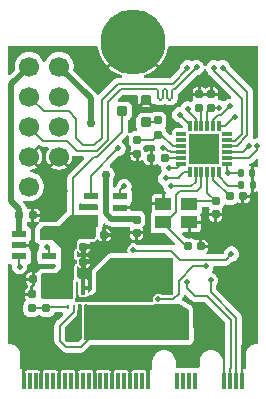
<source format=gbr>
%TF.GenerationSoftware,KiCad,Pcbnew,9.0.1*%
%TF.CreationDate,2025-04-18T20:02:12-04:00*%
%TF.ProjectId,M.2 to USB V1.0,4d2e3220-746f-4205-9553-422056312e30,rev?*%
%TF.SameCoordinates,Original*%
%TF.FileFunction,Copper,L1,Top*%
%TF.FilePolarity,Positive*%
%FSLAX46Y46*%
G04 Gerber Fmt 4.6, Leading zero omitted, Abs format (unit mm)*
G04 Created by KiCad (PCBNEW 9.0.1) date 2025-04-18 20:02:12*
%MOMM*%
%LPD*%
G01*
G04 APERTURE LIST*
G04 Aperture macros list*
%AMRoundRect*
0 Rectangle with rounded corners*
0 $1 Rounding radius*
0 $2 $3 $4 $5 $6 $7 $8 $9 X,Y pos of 4 corners*
0 Add a 4 corners polygon primitive as box body*
4,1,4,$2,$3,$4,$5,$6,$7,$8,$9,$2,$3,0*
0 Add four circle primitives for the rounded corners*
1,1,$1+$1,$2,$3*
1,1,$1+$1,$4,$5*
1,1,$1+$1,$6,$7*
1,1,$1+$1,$8,$9*
0 Add four rect primitives between the rounded corners*
20,1,$1+$1,$2,$3,$4,$5,0*
20,1,$1+$1,$4,$5,$6,$7,0*
20,1,$1+$1,$6,$7,$8,$9,0*
20,1,$1+$1,$8,$9,$2,$3,0*%
G04 Aperture macros list end*
%TA.AperFunction,SMDPad,CuDef*%
%ADD10R,1.200000X0.600000*%
%TD*%
%TA.AperFunction,SMDPad,CuDef*%
%ADD11RoundRect,0.155000X0.212500X0.155000X-0.212500X0.155000X-0.212500X-0.155000X0.212500X-0.155000X0*%
%TD*%
%TA.AperFunction,SMDPad,CuDef*%
%ADD12R,5.100000X2.350000*%
%TD*%
%TA.AperFunction,SMDPad,CuDef*%
%ADD13RoundRect,0.155000X-0.212500X-0.155000X0.212500X-0.155000X0.212500X0.155000X-0.212500X0.155000X0*%
%TD*%
%TA.AperFunction,SMDPad,CuDef*%
%ADD14RoundRect,0.135000X-0.135000X-0.185000X0.135000X-0.185000X0.135000X0.185000X-0.135000X0.185000X0*%
%TD*%
%TA.AperFunction,SMDPad,CuDef*%
%ADD15RoundRect,0.160000X0.160000X-0.197500X0.160000X0.197500X-0.160000X0.197500X-0.160000X-0.197500X0*%
%TD*%
%TA.AperFunction,SMDPad,CuDef*%
%ADD16R,0.350000X1.150000*%
%TD*%
%TA.AperFunction,SMDPad,CuDef*%
%ADD17R,0.200000X1.450000*%
%TD*%
%TA.AperFunction,SMDPad,CuDef*%
%ADD18R,0.250000X0.450000*%
%TD*%
%TA.AperFunction,ComponentPad*%
%ADD19C,1.700000*%
%TD*%
%TA.AperFunction,SMDPad,CuDef*%
%ADD20R,0.350000X1.450000*%
%TD*%
%TA.AperFunction,SMDPad,CuDef*%
%ADD21RoundRect,0.155000X0.155000X-0.212500X0.155000X0.212500X-0.155000X0.212500X-0.155000X-0.212500X0*%
%TD*%
%TA.AperFunction,SMDPad,CuDef*%
%ADD22RoundRect,0.160000X-0.160000X0.197500X-0.160000X-0.197500X0.160000X-0.197500X0.160000X0.197500X0*%
%TD*%
%TA.AperFunction,SMDPad,CuDef*%
%ADD23RoundRect,0.160000X0.197500X0.160000X-0.197500X0.160000X-0.197500X-0.160000X0.197500X-0.160000X0*%
%TD*%
%TA.AperFunction,SMDPad,CuDef*%
%ADD24RoundRect,0.120000X0.330000X0.280000X-0.330000X0.280000X-0.330000X-0.280000X0.330000X-0.280000X0*%
%TD*%
%TA.AperFunction,SMDPad,CuDef*%
%ADD25RoundRect,0.155000X-0.155000X0.212500X-0.155000X-0.212500X0.155000X-0.212500X0.155000X0.212500X0*%
%TD*%
%TA.AperFunction,SMDPad,CuDef*%
%ADD26R,1.400000X1.100000*%
%TD*%
%TA.AperFunction,CastellatedPad*%
%ADD27C,5.500000*%
%TD*%
%TA.AperFunction,SMDPad,CuDef*%
%ADD28R,0.850000X0.300000*%
%TD*%
%TA.AperFunction,SMDPad,CuDef*%
%ADD29R,0.300000X0.850000*%
%TD*%
%TA.AperFunction,SMDPad,CuDef*%
%ADD30R,2.600000X2.600000*%
%TD*%
%TA.AperFunction,SMDPad,CuDef*%
%ADD31RoundRect,0.140000X0.140000X0.170000X-0.140000X0.170000X-0.140000X-0.170000X0.140000X-0.170000X0*%
%TD*%
%TA.AperFunction,ViaPad*%
%ADD32C,0.508000*%
%TD*%
%TA.AperFunction,ViaPad*%
%ADD33C,0.754000*%
%TD*%
%TA.AperFunction,Conductor*%
%ADD34C,0.500000*%
%TD*%
%TA.AperFunction,Conductor*%
%ADD35C,0.200000*%
%TD*%
G04 APERTURE END LIST*
D10*
%TO.P,IC2,1,OUT*%
%TO.N,VBUS_OUT_1*%
X145265000Y-84710000D03*
%TO.P,IC2,2,GND*%
%TO.N,GND*%
X145265000Y-85660000D03*
%TO.P,IC2,3,~{FLT}*%
%TO.N,OC1*%
X145265000Y-86610000D03*
%TO.P,IC2,4,EN/~{EN}*%
%TO.N,Port1_EN*%
X147765000Y-86610000D03*
%TO.P,IC2,5,IN*%
%TO.N,+5V*%
X147765000Y-84710000D03*
%TD*%
D11*
%TO.P,C10,1*%
%TO.N,GND*%
X150687500Y-87075000D03*
%TO.P,C10,2*%
%TO.N,+5V*%
X149552500Y-87075000D03*
%TD*%
D12*
%TO.P,L1,1,1*%
%TO.N,+3.3V*%
X155545000Y-92295000D03*
%TO.P,L1,2,2*%
%TO.N,Net-(PS1-SW)*%
X155545000Y-88145000D03*
%TD*%
D13*
%TO.P,C13,1*%
%TO.N,XTAL2*%
X159497500Y-85765000D03*
%TO.P,C13,2*%
%TO.N,GND*%
X160632500Y-85765000D03*
%TD*%
D11*
%TO.P,C11,1*%
%TO.N,GND*%
X150687500Y-85800000D03*
%TO.P,C11,2*%
%TO.N,+5V*%
X149552500Y-85800000D03*
%TD*%
D14*
%TO.P,R1,1*%
%TO.N,Net-(IC1-RBIAS)*%
X163982500Y-80592500D03*
%TO.P,R1,2*%
%TO.N,GND*%
X165002500Y-80592500D03*
%TD*%
D15*
%TO.P,R5,1*%
%TO.N,Net-(PS1-FB)*%
X146305000Y-91000000D03*
%TO.P,R5,2*%
%TO.N,GND*%
X146305000Y-89805000D03*
%TD*%
D11*
%TO.P,C9,1*%
%TO.N,+3.3V*%
X151112500Y-92755000D03*
%TO.P,C9,2*%
%TO.N,GND*%
X149977500Y-92755000D03*
%TD*%
D16*
%TO.P,PS1,1,GND*%
%TO.N,GND*%
X150665000Y-89280000D03*
D17*
%TO.P,PS1,2,SW*%
%TO.N,Net-(PS1-SW)*%
X150115000Y-89430000D03*
D16*
%TO.P,PS1,3,VOUT*%
%TO.N,+5V*%
X149565000Y-89280000D03*
D18*
%TO.P,PS1,4,FB*%
%TO.N,Net-(PS1-FB)*%
X149365000Y-90880000D03*
%TO.P,PS1,5,EN*%
%TO.N,+3.3V*%
X149865000Y-90880000D03*
%TO.P,PS1,6,MODE*%
%TO.N,GND*%
X150365000Y-90880000D03*
%TO.P,PS1,7,VIN*%
%TO.N,+3.3V*%
X150865000Y-90880000D03*
%TD*%
D19*
%TO.P,J2,1,Pin_1*%
%TO.N,VBUS_OUT_1*%
X146080000Y-70545000D03*
%TO.P,J2,2,Pin_2*%
%TO.N,VBUS_OUT_2*%
X148620000Y-70545000D03*
%TO.P,J2,3,Pin_3*%
%TO.N,USB_D_DN1-*%
X146080000Y-73085000D03*
%TO.P,J2,4,Pin_4*%
%TO.N,USB_D_DN2+*%
X148620000Y-73085000D03*
%TO.P,J2,5,Pin_5*%
%TO.N,USB_D_DN1+*%
X146080000Y-75625000D03*
%TO.P,J2,6,Pin_6*%
%TO.N,USB_D_DN2-*%
X148620000Y-75625000D03*
%TO.P,J2,7,Pin_7*%
%TO.N,GND*%
X146080000Y-78165000D03*
%TO.P,J2,8,Pin_8*%
X148620000Y-78165000D03*
%TO.P,J2,9,Pin_9*%
%TO.N,unconnected-(J2-Pin_9-Pad9)*%
X146080000Y-80705000D03*
%TD*%
D20*
%TO.P,J1,1,1*%
%TO.N,GND*%
X164125000Y-97160000D03*
%TO.P,J1,3,3*%
%TO.N,USB_D_UP+*%
X163625000Y-97160000D03*
%TO.P,J1,5,5*%
%TO.N,USB_D_UP-*%
X163125000Y-97160000D03*
%TO.P,J1,7,7*%
%TO.N,GND*%
X162625000Y-97160000D03*
%TO.P,J1,17,17*%
%TO.N,unconnected-(J1-Pad17)*%
X160125000Y-97160000D03*
%TO.P,J1,19,19*%
%TO.N,unconnected-(J1-Pad19)*%
X159625000Y-97160000D03*
%TO.P,J1,21,21*%
%TO.N,unconnected-(J1-Pad21)*%
X159125000Y-97160000D03*
%TO.P,J1,23,23*%
%TO.N,unconnected-(J1-Pad23)*%
X158625000Y-97160000D03*
%TO.P,J1,33,33*%
%TO.N,GND*%
X156125000Y-97160000D03*
%TO.P,J1,35,35*%
%TO.N,unconnected-(J1-Pad35)*%
X155625000Y-97160000D03*
%TO.P,J1,37,37*%
%TO.N,unconnected-(J1-Pad37)*%
X155125000Y-97160000D03*
%TO.P,J1,39,39*%
%TO.N,GND*%
X154625000Y-97160000D03*
%TO.P,J1,41,41*%
%TO.N,unconnected-(J1-Pad41)*%
X154125000Y-97160000D03*
%TO.P,J1,43,43*%
%TO.N,unconnected-(J1-Pad43)*%
X153625000Y-97160000D03*
%TO.P,J1,45,45*%
%TO.N,GND*%
X153125000Y-97160000D03*
%TO.P,J1,47,47*%
%TO.N,unconnected-(J1-Pad47)*%
X152625000Y-97160000D03*
%TO.P,J1,49,49*%
%TO.N,unconnected-(J1-Pad49)*%
X152125000Y-97160000D03*
%TO.P,J1,51,51*%
%TO.N,GND*%
X151625000Y-97160000D03*
%TO.P,J1,53,53*%
%TO.N,unconnected-(J1-Pad53)*%
X151125000Y-97160000D03*
%TO.P,J1,55,55*%
%TO.N,unconnected-(J1-Pad55)*%
X150625000Y-97160000D03*
%TO.P,J1,57,57*%
%TO.N,GND*%
X150125000Y-97160000D03*
%TO.P,J1,59,59*%
%TO.N,unconnected-(J1-Pad59)*%
X149625000Y-97160000D03*
%TO.P,J1,61,61*%
%TO.N,unconnected-(J1-Pad61)*%
X149125000Y-97160000D03*
%TO.P,J1,63,63*%
%TO.N,GND*%
X148625000Y-97160000D03*
%TO.P,J1,65,65*%
%TO.N,unconnected-(J1-Pad65)*%
X148125000Y-97160000D03*
%TO.P,J1,67,67*%
%TO.N,unconnected-(J1-Pad67)*%
X147625000Y-97160000D03*
%TO.P,J1,69,69*%
%TO.N,GND*%
X147125000Y-97160000D03*
%TO.P,J1,71,71*%
%TO.N,unconnected-(J1-Pad71)*%
X146625000Y-97160000D03*
%TO.P,J1,73,73*%
%TO.N,unconnected-(J1-Pad73)*%
X146125000Y-97160000D03*
%TO.P,J1,75,75*%
%TO.N,GND*%
X145625000Y-97160000D03*
%TD*%
D21*
%TO.P,C6,1*%
%TO.N,Net-(IC1-CRFILT)*%
X160485000Y-74022500D03*
%TO.P,C6,2*%
%TO.N,GND*%
X160485000Y-72887500D03*
%TD*%
%TO.P,C3,1*%
%TO.N,GND*%
X155180000Y-84630000D03*
%TO.P,C3,2*%
%TO.N,VBUS_OUT_2*%
X155180000Y-83495000D03*
%TD*%
D22*
%TO.P,R2,1*%
%TO.N,Net-(U1-~Reset)*%
X157010000Y-75107500D03*
%TO.P,R2,2*%
%TO.N,Reset*%
X157010000Y-76302500D03*
%TD*%
D21*
%TO.P,C12,1*%
%TO.N,GND*%
X161870000Y-83057500D03*
%TO.P,C12,2*%
%TO.N,XTAL1*%
X161870000Y-81922500D03*
%TD*%
D23*
%TO.P,R4,1*%
%TO.N,Net-(IC1-SUSP_IND{slash}LOCAL_PWR{slash}(NON_REM0))*%
X157620000Y-78295000D03*
%TO.P,R4,2*%
%TO.N,GND*%
X156425000Y-78295000D03*
%TD*%
D22*
%TO.P,R3,1*%
%TO.N,Reset*%
X155225000Y-76732500D03*
%TO.P,R3,2*%
%TO.N,GND*%
X155225000Y-77927500D03*
%TD*%
D24*
%TO.P,U1,1,~Reset*%
%TO.N,Net-(U1-~Reset)*%
X155970000Y-75255000D03*
%TO.P,U1,2,GND*%
%TO.N,GND*%
X155970000Y-73355000D03*
%TO.P,U1,3,Vcc*%
%TO.N,+5V*%
X153970000Y-74305000D03*
%TD*%
D25*
%TO.P,C7,1*%
%TO.N,GND*%
X161510000Y-72882500D03*
%TO.P,C7,2*%
%TO.N,+3.3V*%
X161510000Y-74017500D03*
%TD*%
D26*
%TO.P,Y1,1,CRYSTAL_1*%
%TO.N,XTAL1*%
X159650000Y-82145000D03*
%TO.P,Y1,2,GND_1*%
%TO.N,GND*%
X157450000Y-82145000D03*
%TO.P,Y1,3,CRYSTAL_2*%
%TO.N,XTAL2*%
X157450000Y-83745000D03*
%TO.P,Y1,4,GND_2*%
%TO.N,GND*%
X159650000Y-83745000D03*
%TD*%
D22*
%TO.P,R6,1*%
%TO.N,+5V*%
X147555000Y-89805000D03*
%TO.P,R6,2*%
%TO.N,Net-(PS1-FB)*%
X147555000Y-91000000D03*
%TD*%
D13*
%TO.P,C8,1*%
%TO.N,Net-(IC1-PLLFILT)*%
X163052500Y-81532500D03*
%TO.P,C8,2*%
%TO.N,GND*%
X164187500Y-81532500D03*
%TD*%
D10*
%TO.P,IC3,1,OUT*%
%TO.N,VBUS_OUT_2*%
X153815000Y-83440000D03*
%TO.P,IC3,2,GND*%
%TO.N,GND*%
X153815000Y-82490000D03*
%TO.P,IC3,3,~{FLT}*%
%TO.N,OC2*%
X153815000Y-81540000D03*
%TO.P,IC3,4,EN/~{EN}*%
%TO.N,Port2_EN*%
X151315000Y-81540000D03*
%TO.P,IC3,5,IN*%
%TO.N,+5V*%
X151315000Y-83440000D03*
%TD*%
D27*
%TO.P,H1,1,1*%
%TO.N,GND*%
X154875000Y-68435000D03*
%TD*%
D11*
%TO.P,C2,1*%
%TO.N,+5V*%
X147552500Y-88540000D03*
%TO.P,C2,2*%
%TO.N,GND*%
X146417500Y-88540000D03*
%TD*%
D28*
%TO.P,IC1,1,VDD33_1*%
%TO.N,+3.3V*%
X162875000Y-78792500D03*
%TO.P,IC1,2,USBDM_DN1/PRT_DIS_M1*%
%TO.N,USB_D_DN1-*%
X162875000Y-78292500D03*
%TO.P,IC1,3,USBDP_DN1/PRT_DIS_P1*%
%TO.N,USB_D_DN1+*%
X162875000Y-77792500D03*
%TO.P,IC1,4,USBDM_DN2/PRT_DIS_M2*%
%TO.N,USB_D_DN2-*%
X162875000Y-77292500D03*
%TO.P,IC1,5,USBDP_DN2/PRT_DIS_P2*%
%TO.N,USB_D_DN2+*%
X162875000Y-76792500D03*
%TO.P,IC1,6,NC*%
%TO.N,unconnected-(IC1-NC-Pad6)*%
X162875000Y-76292500D03*
D29*
%TO.P,IC1,7,PRTPWR1/(BC_EN1)*%
%TO.N,Port1_EN*%
X162175000Y-75592500D03*
%TO.P,IC1,8,OCS1_N*%
%TO.N,OC1*%
X161675000Y-75592500D03*
%TO.P,IC1,9,VDD33_2*%
%TO.N,+3.3V*%
X161175000Y-75592500D03*
%TO.P,IC1,10,CRFILT*%
%TO.N,Net-(IC1-CRFILT)*%
X160675000Y-75592500D03*
%TO.P,IC1,11,PRTPWR2*%
%TO.N,Port2_EN*%
X160175000Y-75592500D03*
%TO.P,IC1,12,OCS2_N*%
%TO.N,OC2*%
X159675000Y-75592500D03*
D28*
%TO.P,IC1,13,SMBDATA/NON_REM1*%
%TO.N,unconnected-(IC1-SMBDATA{slash}NON_REM1-Pad13)*%
X158975000Y-76292500D03*
%TO.P,IC1,14,SMBCLK/CFG_SEL0*%
%TO.N,unconnected-(IC1-SMBCLK{slash}CFG_SEL0-Pad14)*%
X158975000Y-76792500D03*
%TO.P,IC1,15,RESET_N*%
%TO.N,Reset*%
X158975000Y-77292500D03*
%TO.P,IC1,16,VBUS_DET*%
%TO.N,+3.3V*%
X158975000Y-77792500D03*
%TO.P,IC1,17,SUSP_IND/LOCAL_PWR/(NON_REM0)*%
%TO.N,Net-(IC1-SUSP_IND{slash}LOCAL_PWR{slash}(NON_REM0))*%
X158975000Y-78292500D03*
%TO.P,IC1,18,VDD33_3*%
%TO.N,+3.3V*%
X158975000Y-78792500D03*
D29*
%TO.P,IC1,19,USBDM_UP*%
%TO.N,USB_D_UP-*%
X159675000Y-79492500D03*
%TO.P,IC1,20,USBDP_UP*%
%TO.N,USB_D_UP+*%
X160175000Y-79492500D03*
%TO.P,IC1,21,XTALOUT/(CLKIN_EN)*%
%TO.N,XTAL2*%
X160675000Y-79492500D03*
%TO.P,IC1,22,XTALIN/CLKIN*%
%TO.N,XTAL1*%
X161175000Y-79492500D03*
%TO.P,IC1,23,PLLFILT*%
%TO.N,Net-(IC1-PLLFILT)*%
X161675000Y-79492500D03*
%TO.P,IC1,24,RBIAS*%
%TO.N,Net-(IC1-RBIAS)*%
X162175000Y-79492500D03*
D30*
%TO.P,IC1,25,EP*%
%TO.N,GND*%
X160925000Y-77542500D03*
%TD*%
D13*
%TO.P,C4,1*%
%TO.N,+5V*%
X151292500Y-84815000D03*
%TO.P,C4,2*%
%TO.N,GND*%
X152427500Y-84815000D03*
%TD*%
D31*
%TO.P,C5,1*%
%TO.N,GND*%
X164992500Y-79562500D03*
%TO.P,C5,2*%
%TO.N,+3.3V*%
X164032500Y-79562500D03*
%TD*%
D11*
%TO.P,C1,1*%
%TO.N,GND*%
X146402500Y-83125000D03*
%TO.P,C1,2*%
%TO.N,VBUS_OUT_1*%
X145267500Y-83125000D03*
%TD*%
D32*
%TO.N,GND*%
X164725000Y-91605000D03*
X154460000Y-95360000D03*
X162305788Y-94599085D03*
X150970000Y-69440000D03*
X160190000Y-78212500D03*
X163090000Y-87870000D03*
X152460000Y-85800000D03*
X148060000Y-83245000D03*
X161580000Y-76892500D03*
X163062500Y-83627500D03*
X146490000Y-85760000D03*
X155025000Y-74705000D03*
X146960000Y-95360000D03*
X155460000Y-79885000D03*
X150025000Y-93575000D03*
X147800000Y-81085000D03*
X148495000Y-80140000D03*
X163125000Y-89565000D03*
X151460000Y-95360000D03*
X152000000Y-71385000D03*
X150675000Y-88020000D03*
X150995000Y-70700000D03*
X154905000Y-73465000D03*
X164700000Y-93610000D03*
X160925000Y-77542500D03*
X164790000Y-69540000D03*
X148460000Y-82030000D03*
X149455000Y-93575000D03*
X151515000Y-86410000D03*
X158755000Y-95345000D03*
X155195000Y-82330000D03*
X144945000Y-90840000D03*
X151285000Y-82430000D03*
X160195000Y-95335000D03*
X144920000Y-89700000D03*
X160210000Y-76907500D03*
X148460000Y-95360000D03*
X159620000Y-84850000D03*
X159365000Y-90205000D03*
X144925000Y-88510000D03*
X164810000Y-86380000D03*
X147575000Y-82405000D03*
X163062500Y-85142500D03*
X164865000Y-87895000D03*
X153755000Y-85495000D03*
X155960000Y-95360000D03*
X164842500Y-89622500D03*
X159270000Y-73060000D03*
X149110000Y-81105000D03*
X152960000Y-95360000D03*
X164797500Y-85120000D03*
X161590000Y-78227500D03*
X162037500Y-84390000D03*
X157905000Y-70870000D03*
X164875000Y-83627500D03*
X144940000Y-92450000D03*
X145185000Y-93820000D03*
X158755000Y-69410000D03*
X149960000Y-95360000D03*
%TO.N,+5V*%
X149810000Y-84065000D03*
D33*
%TO.N,VBUS_OUT_2*%
X152555000Y-79700000D03*
X151315000Y-75320000D03*
D32*
%TO.N,+3.3V*%
X157390000Y-77470000D03*
X159160000Y-93015000D03*
X152335000Y-91655000D03*
X151575000Y-91385000D03*
X162945000Y-79560000D03*
X159160000Y-91360000D03*
X152340000Y-92515000D03*
X152397729Y-93231701D03*
X151180000Y-91945000D03*
X159155000Y-92170000D03*
X162155000Y-74020000D03*
X157910000Y-79155000D03*
%TO.N,OC2*%
X154135000Y-80695000D03*
X158820000Y-74605000D03*
%TO.N,USB_D_UP+*%
X158081000Y-80674000D03*
X161444099Y-88640901D03*
%TO.N,USB_D_DN1+*%
X164685000Y-77265000D03*
X160270000Y-70610000D03*
%TO.N,USB_D_DN2+*%
X161710000Y-70625000D03*
%TO.N,USB_D_DN1-*%
X165393000Y-77255000D03*
X159490000Y-70630000D03*
%TO.N,USB_D_UP-*%
X157645000Y-80020000D03*
X159442188Y-88761287D03*
%TO.N,USB_D_DN2-*%
X162486156Y-70636156D03*
%TO.N,Port2_EN*%
X153625000Y-77480000D03*
X159500000Y-74125000D03*
%TO.N,OC1*%
X145270000Y-87480000D03*
X161058337Y-87471663D03*
X157017500Y-90225000D03*
X163075000Y-73915000D03*
%TO.N,Port1_EN*%
X154843750Y-86111250D03*
X163499000Y-74834064D03*
X147590000Y-85835000D03*
X163212500Y-86402500D03*
%TD*%
D34*
%TO.N,VBUS_OUT_1*%
X145267500Y-82642500D02*
X144590000Y-81965000D01*
X145267500Y-83125000D02*
X145267500Y-82642500D01*
X145265000Y-84710000D02*
X145265000Y-83127500D01*
X144590000Y-81965000D02*
X144590000Y-72035000D01*
D35*
X145265000Y-83127500D02*
X145267500Y-83125000D01*
D34*
X144590000Y-72035000D02*
X146080000Y-70545000D01*
D35*
%TO.N,GND*%
X162625000Y-97160000D02*
X162625000Y-94918297D01*
X164125000Y-94185000D02*
X164700000Y-93610000D01*
X162625000Y-94918297D02*
X162305788Y-94599085D01*
X164125000Y-97160000D02*
X164125000Y-94185000D01*
%TO.N,+5V*%
X151810298Y-78230000D02*
X151540000Y-78230000D01*
X151540000Y-78230000D02*
X149810000Y-79960000D01*
X153970000Y-74305000D02*
X153970000Y-76070298D01*
X153970000Y-76070298D02*
X151810298Y-78230000D01*
X149810000Y-79960000D02*
X149810000Y-84065000D01*
D34*
%TO.N,VBUS_OUT_2*%
X151315000Y-75320000D02*
X151315000Y-73240000D01*
X153015000Y-83440000D02*
X153815000Y-83440000D01*
D35*
X155125000Y-83440000D02*
X155180000Y-83495000D01*
D34*
X152555000Y-82980000D02*
X153015000Y-83440000D01*
X153815000Y-83440000D02*
X155125000Y-83440000D01*
X151315000Y-73240000D02*
X148620000Y-70545000D01*
X152555000Y-79700000D02*
X152555000Y-82980000D01*
D35*
%TO.N,+3.3V*%
X158612500Y-79155000D02*
X158975000Y-78792500D01*
X157390000Y-77470000D02*
X157620000Y-77470000D01*
X162945000Y-79560000D02*
X164067500Y-79560000D01*
X161512500Y-74020000D02*
X161510000Y-74017500D01*
X148710000Y-93750000D02*
X149235000Y-94275000D01*
X149865000Y-90880000D02*
X149865000Y-91332000D01*
X162155000Y-74020000D02*
X161512500Y-74020000D01*
X157620000Y-77470000D02*
X157824000Y-77674000D01*
X158012886Y-77674000D02*
X158131386Y-77792500D01*
X158131386Y-77792500D02*
X158975000Y-77792500D01*
X157910000Y-79155000D02*
X158612500Y-79155000D01*
X162875000Y-78792500D02*
X162875000Y-79490000D01*
X149235000Y-94275000D02*
X150435000Y-94275000D01*
X161175000Y-74352500D02*
X161510000Y-74017500D01*
X148710000Y-92487000D02*
X148710000Y-93750000D01*
X151112500Y-93597500D02*
X151112500Y-92755000D01*
X161175000Y-75592500D02*
X161175000Y-74352500D01*
X149865000Y-91332000D02*
X148710000Y-92487000D01*
X164067500Y-79560000D02*
X164107500Y-79600000D01*
X162875000Y-79490000D02*
X162945000Y-79560000D01*
X150435000Y-94275000D02*
X151112500Y-93597500D01*
X157824000Y-77674000D02*
X158012886Y-77674000D01*
%TO.N,Net-(IC1-CRFILT)*%
X160675000Y-75592500D02*
X160675000Y-74212500D01*
X160675000Y-74212500D02*
X160485000Y-74022500D01*
%TO.N,Net-(IC1-PLLFILT)*%
X161675000Y-80155000D02*
X163052500Y-81532500D01*
X161675000Y-79492500D02*
X161675000Y-80155000D01*
%TO.N,XTAL1*%
X161175000Y-81227500D02*
X161870000Y-81922500D01*
X159650000Y-82145000D02*
X160125000Y-82145000D01*
X161175000Y-79492500D02*
X161175000Y-81227500D01*
X159872500Y-81922500D02*
X159650000Y-82145000D01*
X161870000Y-81922500D02*
X159872500Y-81922500D01*
%TO.N,XTAL2*%
X157450000Y-83817500D02*
X159497500Y-85865000D01*
X158868000Y-81075000D02*
X158560000Y-81383000D01*
X160675000Y-79492500D02*
X160675000Y-80700000D01*
X158560000Y-82887000D02*
X157702000Y-83745000D01*
X160675000Y-80700000D02*
X160300000Y-81075000D01*
X158560000Y-81383000D02*
X158560000Y-82887000D01*
X157450000Y-83745000D02*
X157450000Y-83817500D01*
X160300000Y-81075000D02*
X158868000Y-81075000D01*
X157702000Y-83745000D02*
X157450000Y-83745000D01*
%TO.N,Net-(IC1-SUSP_IND{slash}LOCAL_PWR{slash}(NON_REM0))*%
X158975000Y-78292500D02*
X157622500Y-78292500D01*
X157622500Y-78292500D02*
X157620000Y-78295000D01*
%TO.N,OC2*%
X153815000Y-81540000D02*
X153815000Y-81015000D01*
X153815000Y-81015000D02*
X154135000Y-80695000D01*
X159675000Y-75592500D02*
X159675000Y-75460000D01*
X159675000Y-75460000D02*
X158820000Y-74605000D01*
%TO.N,USB_D_UP+*%
X159140000Y-80674000D02*
X158081000Y-80674000D01*
X163600000Y-91796802D02*
X161444099Y-89640901D01*
X163625000Y-96072499D02*
X163600000Y-96047499D01*
X160175000Y-79492500D02*
X160175000Y-80300000D01*
X163625000Y-97160000D02*
X163625000Y-96072499D01*
X161444099Y-89640901D02*
X161444099Y-88640901D01*
X160175000Y-80300000D02*
X159801000Y-80674000D01*
X163600000Y-96047499D02*
X163600000Y-91796802D01*
X159801000Y-80674000D02*
X159140000Y-80674000D01*
%TO.N,USB_D_DN1+*%
X157623040Y-72430000D02*
X157543040Y-72430000D01*
X164157500Y-77792500D02*
X164685000Y-77265000D01*
X152730000Y-76743198D02*
X151798198Y-77675000D01*
X147300000Y-76845000D02*
X146080000Y-75625000D01*
X159719889Y-71185000D02*
X159695000Y-71185000D01*
X157223040Y-73350000D02*
X157143040Y-73350000D01*
X156743040Y-72430000D02*
X156325000Y-72430000D01*
X158023040Y-73350000D02*
X157943040Y-73350000D01*
X156325000Y-72430000D02*
X153828198Y-72430000D01*
X158183040Y-72590000D02*
X158183040Y-73190000D01*
X158450000Y-72430000D02*
X158343040Y-72430000D01*
X160045000Y-70835000D02*
X160045000Y-70859889D01*
X152730000Y-73528198D02*
X152730000Y-76743198D01*
X157783040Y-73190000D02*
X157783040Y-72590000D01*
X156823040Y-72430000D02*
X156743040Y-72430000D01*
X149290000Y-76845000D02*
X147300000Y-76845000D01*
X156983040Y-73190000D02*
X156983040Y-72590000D01*
X153828198Y-72430000D02*
X152730000Y-73528198D01*
X151798198Y-77675000D02*
X150120000Y-77675000D01*
X159695000Y-71185000D02*
X158450000Y-72430000D01*
X160045000Y-70859889D02*
X159719889Y-71185000D01*
X157383040Y-72590000D02*
X157383040Y-73190000D01*
X160270000Y-70610000D02*
X160045000Y-70835000D01*
X150120000Y-77675000D02*
X149290000Y-76845000D01*
X162875000Y-77792500D02*
X164157500Y-77792500D01*
X157383040Y-73190000D02*
G75*
G02*
X157223040Y-73350040I-160040J0D01*
G01*
X158183040Y-73190000D02*
G75*
G02*
X158023040Y-73350040I-160040J0D01*
G01*
X158343040Y-72430000D02*
G75*
G03*
X158183000Y-72590000I-40J-160000D01*
G01*
X157943040Y-73350000D02*
G75*
G02*
X157783000Y-73190000I-40J160000D01*
G01*
X157143040Y-73350000D02*
G75*
G02*
X156983000Y-73190000I-40J160000D01*
G01*
X157543040Y-72430000D02*
G75*
G03*
X157383000Y-72590000I-40J-160000D01*
G01*
X156983040Y-72590000D02*
G75*
G03*
X156823040Y-72429960I-160040J0D01*
G01*
X157783040Y-72590000D02*
G75*
G03*
X157623040Y-72429960I-160040J0D01*
G01*
%TO.N,Reset*%
X156580000Y-76732500D02*
X157010000Y-76302500D01*
X155225000Y-76732500D02*
X156580000Y-76732500D01*
X158975000Y-77292500D02*
X158252500Y-77292500D01*
X157010000Y-76302500D02*
X157262500Y-76302500D01*
X157262500Y-76302500D02*
X158252500Y-77292500D01*
%TO.N,USB_D_DN2+*%
X161709587Y-70959587D02*
X164075000Y-73325000D01*
X163175000Y-76817500D02*
X163150000Y-76792500D01*
X164075000Y-73325000D02*
X164075000Y-76221802D01*
X163150000Y-76792500D02*
X162875000Y-76792500D01*
X161710000Y-70625000D02*
X161709587Y-70625413D01*
X163479302Y-76817500D02*
X163175000Y-76817500D01*
X161709587Y-70625413D02*
X161709587Y-70959587D01*
X164075000Y-76221802D02*
X163479302Y-76817500D01*
%TO.N,USB_D_DN1-*%
X147335000Y-74340000D02*
X146080000Y-73085000D01*
X150675000Y-77225000D02*
X150055000Y-76605000D01*
X159490000Y-70630000D02*
X159490000Y-70753603D01*
X152280000Y-76556802D02*
X151611802Y-77225000D01*
X150055000Y-76605000D02*
X150055000Y-74975000D01*
X159490000Y-70753603D02*
X158263603Y-71980000D01*
X153641802Y-71980000D02*
X152280000Y-73341802D01*
X165393000Y-77577000D02*
X165393000Y-77255000D01*
X158263603Y-71980000D02*
X153641802Y-71980000D01*
X149420000Y-74340000D02*
X147335000Y-74340000D01*
X162875000Y-78292500D02*
X164677500Y-78292500D01*
X165050000Y-77920000D02*
X165393000Y-77577000D01*
X151611802Y-77225000D02*
X150675000Y-77225000D01*
X150055000Y-74975000D02*
X149420000Y-74340000D01*
X152280000Y-73341802D02*
X152280000Y-76556802D01*
X164677500Y-78292500D02*
X165050000Y-77920000D01*
%TO.N,USB_D_UP-*%
X157935000Y-79950000D02*
X157715000Y-79950000D01*
X163150000Y-96047499D02*
X163125000Y-96072499D01*
X159442188Y-88761287D02*
X159442188Y-89275386D01*
X159192500Y-79492500D02*
X158755000Y-79930000D01*
X163150000Y-91983198D02*
X163150000Y-96047499D01*
X161125901Y-89959099D02*
X163150000Y-91983198D01*
X157715000Y-79950000D02*
X157645000Y-80020000D01*
X158755000Y-79930000D02*
X158735000Y-79950000D01*
X160125901Y-89959099D02*
X161125901Y-89959099D01*
X159675000Y-79492500D02*
X159192500Y-79492500D01*
X159442188Y-89275386D02*
X160125901Y-89959099D01*
X158735000Y-79950000D02*
X157935000Y-79950000D01*
X163125000Y-96072499D02*
X163125000Y-97160000D01*
%TO.N,USB_D_DN2-*%
X164565000Y-76368198D02*
X163665698Y-77267500D01*
X163665698Y-77267500D02*
X163175000Y-77267500D01*
X163175000Y-77267500D02*
X163150000Y-77292500D01*
X162486156Y-70636156D02*
X164565000Y-72715000D01*
X164565000Y-72715000D02*
X164565000Y-76368198D01*
X163150000Y-77292500D02*
X162875000Y-77292500D01*
%TO.N,Net-(IC1-RBIAS)*%
X162955000Y-80615000D02*
X162175000Y-79835000D01*
X162175000Y-79835000D02*
X162175000Y-79492500D01*
X163997500Y-80615000D02*
X162955000Y-80615000D01*
%TO.N,Port2_EN*%
X151315000Y-79790000D02*
X153625000Y-77480000D01*
X160175000Y-75592500D02*
X160175000Y-74950000D01*
X153625000Y-77480000D02*
X153515000Y-77590000D01*
X159500000Y-74275000D02*
X159500000Y-74125000D01*
X159995000Y-74770000D02*
X159500000Y-74275000D01*
X160175000Y-74950000D02*
X159995000Y-74770000D01*
X151315000Y-81540000D02*
X151315000Y-79790000D01*
%TO.N,OC1*%
X145265000Y-86610000D02*
X145265000Y-87475000D01*
X158735000Y-89795000D02*
X158735000Y-88685000D01*
X161675000Y-75055000D02*
X162045000Y-74685000D01*
X162045000Y-74685000D02*
X162305000Y-74685000D01*
X158305000Y-90225000D02*
X158735000Y-89795000D01*
X162305000Y-74685000D02*
X163075000Y-73915000D01*
X157017500Y-90225000D02*
X158305000Y-90225000D01*
X161675000Y-75592500D02*
X161675000Y-75055000D01*
X158735000Y-88685000D02*
X159948337Y-87471663D01*
X145265000Y-87475000D02*
X145270000Y-87480000D01*
X159948337Y-87471663D02*
X161058337Y-87471663D01*
%TO.N,Port1_EN*%
X154843750Y-86111250D02*
X154852500Y-86120000D01*
X147765000Y-86010000D02*
X147590000Y-85835000D01*
X147765000Y-86610000D02*
X147765000Y-86010000D01*
X163195000Y-86437500D02*
X163195000Y-86385000D01*
X162715000Y-86917500D02*
X163195000Y-86437500D01*
X154852500Y-86120000D02*
X158090000Y-86120000D01*
X163499000Y-74834064D02*
X163460936Y-74834064D01*
X163195000Y-86385000D02*
X163212500Y-86402500D01*
X163460936Y-74834064D02*
X162702500Y-75592500D01*
X162702500Y-75592500D02*
X162175000Y-75592500D01*
X158887500Y-86917500D02*
X162715000Y-86917500D01*
X158090000Y-86120000D02*
X158887500Y-86917500D01*
X162175000Y-75592500D02*
X162175000Y-75500000D01*
%TO.N,Net-(PS1-FB)*%
X146305000Y-91000000D02*
X147555000Y-91000000D01*
X146675000Y-90880000D02*
X146555000Y-91000000D01*
X149365000Y-90880000D02*
X147675000Y-90880000D01*
%TO.N,Net-(U1-~Reset)*%
X156862500Y-75255000D02*
X157010000Y-75107500D01*
X155970000Y-75255000D02*
X156862500Y-75255000D01*
X157010000Y-75107500D02*
X156997500Y-75107500D01*
%TD*%
%TA.AperFunction,Conductor*%
%TO.N,GND*%
G36*
X156300000Y-95040000D02*
G01*
X156300000Y-96547500D01*
X156000500Y-96547500D01*
X156000500Y-96415252D01*
X155988867Y-96356769D01*
X155944552Y-96290448D01*
X155944548Y-96290445D01*
X155878233Y-96246134D01*
X155878231Y-96246133D01*
X155878228Y-96246132D01*
X155878227Y-96246132D01*
X155819758Y-96234501D01*
X155819748Y-96234500D01*
X155430252Y-96234500D01*
X155430247Y-96234500D01*
X155394313Y-96241648D01*
X155355687Y-96241648D01*
X155319752Y-96234500D01*
X155319748Y-96234500D01*
X154930252Y-96234500D01*
X154930251Y-96234500D01*
X154930241Y-96234501D01*
X154871772Y-96246132D01*
X154871766Y-96246134D01*
X154805451Y-96290445D01*
X154805445Y-96290451D01*
X154761134Y-96356766D01*
X154761132Y-96356772D01*
X154749501Y-96415241D01*
X154749500Y-96415253D01*
X154749500Y-96547500D01*
X154500500Y-96547500D01*
X154500500Y-96415252D01*
X154488867Y-96356769D01*
X154444552Y-96290448D01*
X154444548Y-96290445D01*
X154378233Y-96246134D01*
X154378231Y-96246133D01*
X154378228Y-96246132D01*
X154378227Y-96246132D01*
X154319758Y-96234501D01*
X154319748Y-96234500D01*
X153930252Y-96234500D01*
X153930247Y-96234500D01*
X153894313Y-96241648D01*
X153855687Y-96241648D01*
X153819752Y-96234500D01*
X153819748Y-96234500D01*
X153430252Y-96234500D01*
X153430251Y-96234500D01*
X153430241Y-96234501D01*
X153371772Y-96246132D01*
X153371766Y-96246134D01*
X153305451Y-96290445D01*
X153305445Y-96290451D01*
X153261134Y-96356766D01*
X153261132Y-96356772D01*
X153249501Y-96415241D01*
X153249500Y-96415253D01*
X153249500Y-96547500D01*
X153000500Y-96547500D01*
X153000500Y-96415252D01*
X152988867Y-96356769D01*
X152944552Y-96290448D01*
X152944548Y-96290445D01*
X152878233Y-96246134D01*
X152878231Y-96246133D01*
X152878228Y-96246132D01*
X152878227Y-96246132D01*
X152819758Y-96234501D01*
X152819748Y-96234500D01*
X152430252Y-96234500D01*
X152430247Y-96234500D01*
X152394313Y-96241648D01*
X152355687Y-96241648D01*
X152319752Y-96234500D01*
X152319748Y-96234500D01*
X151930252Y-96234500D01*
X151930251Y-96234500D01*
X151930241Y-96234501D01*
X151871772Y-96246132D01*
X151871766Y-96246134D01*
X151805451Y-96290445D01*
X151805445Y-96290451D01*
X151761134Y-96356766D01*
X151761132Y-96356772D01*
X151749501Y-96415241D01*
X151749500Y-96415253D01*
X151749500Y-96547500D01*
X151500500Y-96547500D01*
X151500500Y-96415252D01*
X151488867Y-96356769D01*
X151444552Y-96290448D01*
X151444548Y-96290445D01*
X151378233Y-96246134D01*
X151378231Y-96246133D01*
X151378228Y-96246132D01*
X151378227Y-96246132D01*
X151319758Y-96234501D01*
X151319748Y-96234500D01*
X150930252Y-96234500D01*
X150930247Y-96234500D01*
X150894313Y-96241648D01*
X150855687Y-96241648D01*
X150819752Y-96234500D01*
X150819748Y-96234500D01*
X150430252Y-96234500D01*
X150430251Y-96234500D01*
X150430241Y-96234501D01*
X150371772Y-96246132D01*
X150371766Y-96246134D01*
X150305451Y-96290445D01*
X150305445Y-96290451D01*
X150261134Y-96356766D01*
X150261132Y-96356772D01*
X150249501Y-96415241D01*
X150249500Y-96415253D01*
X150249500Y-96547500D01*
X150000500Y-96547500D01*
X150000500Y-96415252D01*
X149988867Y-96356769D01*
X149944552Y-96290448D01*
X149944548Y-96290445D01*
X149878233Y-96246134D01*
X149878231Y-96246133D01*
X149878228Y-96246132D01*
X149878227Y-96246132D01*
X149819758Y-96234501D01*
X149819748Y-96234500D01*
X149430252Y-96234500D01*
X149430247Y-96234500D01*
X149394313Y-96241648D01*
X149355687Y-96241648D01*
X149319752Y-96234500D01*
X149319748Y-96234500D01*
X148930252Y-96234500D01*
X148930251Y-96234500D01*
X148930241Y-96234501D01*
X148871772Y-96246132D01*
X148871766Y-96246134D01*
X148805451Y-96290445D01*
X148805445Y-96290451D01*
X148761134Y-96356766D01*
X148761132Y-96356772D01*
X148749501Y-96415241D01*
X148749500Y-96415253D01*
X148749500Y-96547500D01*
X148500500Y-96547500D01*
X148500500Y-96415252D01*
X148488867Y-96356769D01*
X148444552Y-96290448D01*
X148444548Y-96290445D01*
X148378233Y-96246134D01*
X148378231Y-96246133D01*
X148378228Y-96246132D01*
X148378227Y-96246132D01*
X148319758Y-96234501D01*
X148319748Y-96234500D01*
X147930252Y-96234500D01*
X147930247Y-96234500D01*
X147894313Y-96241648D01*
X147855687Y-96241648D01*
X147819752Y-96234500D01*
X147819748Y-96234500D01*
X147430252Y-96234500D01*
X147430251Y-96234500D01*
X147430241Y-96234501D01*
X147371772Y-96246132D01*
X147371766Y-96246134D01*
X147305451Y-96290445D01*
X147305445Y-96290451D01*
X147261134Y-96356766D01*
X147261132Y-96356772D01*
X147249501Y-96415241D01*
X147249500Y-96415253D01*
X147249500Y-96547500D01*
X147000500Y-96547500D01*
X147000500Y-96415252D01*
X146988867Y-96356769D01*
X146944552Y-96290448D01*
X146944548Y-96290445D01*
X146878233Y-96246134D01*
X146878231Y-96246133D01*
X146878228Y-96246132D01*
X146878227Y-96246132D01*
X146819758Y-96234501D01*
X146819748Y-96234500D01*
X146430252Y-96234500D01*
X146430247Y-96234500D01*
X146394313Y-96241648D01*
X146355687Y-96241648D01*
X146319752Y-96234500D01*
X146319748Y-96234500D01*
X145930252Y-96234500D01*
X145930251Y-96234500D01*
X145930241Y-96234501D01*
X145871772Y-96246132D01*
X145871766Y-96246134D01*
X145805451Y-96290445D01*
X145805445Y-96290451D01*
X145761134Y-96356766D01*
X145761132Y-96356772D01*
X145749501Y-96415241D01*
X145749500Y-96415253D01*
X145749500Y-96547500D01*
X145550000Y-96547500D01*
X145450000Y-96447500D01*
X145450000Y-95030000D01*
X156290000Y-95030000D01*
X156300000Y-95040000D01*
G37*
%TD.AperFunction*%
%TD*%
%TA.AperFunction,Conductor*%
%TO.N,+5V*%
G36*
X151898940Y-83128907D02*
G01*
X151934904Y-83178407D01*
X151939749Y-83209251D01*
X151937747Y-83999892D01*
X151918692Y-84058034D01*
X151869101Y-84093873D01*
X151839899Y-84098634D01*
X151722500Y-84099999D01*
X151722499Y-84100000D01*
X151712366Y-84947117D01*
X151709613Y-84955254D01*
X151710753Y-84963768D01*
X151702068Y-84977565D01*
X151692764Y-85005078D01*
X151681672Y-85017600D01*
X151676890Y-85022157D01*
X151659815Y-85034563D01*
X151577556Y-85116822D01*
X151576670Y-85117667D01*
X151550124Y-85130397D01*
X151523859Y-85143781D01*
X151521896Y-85143935D01*
X151521501Y-85144125D01*
X151520896Y-85144014D01*
X151508371Y-85145000D01*
X150320000Y-85145000D01*
X150120000Y-85345000D01*
X150120000Y-85345001D01*
X150120000Y-85600778D01*
X150119741Y-85607935D01*
X150119500Y-85611259D01*
X150119500Y-85862686D01*
X150100593Y-85920877D01*
X150063455Y-85951881D01*
X149991875Y-85986352D01*
X149991873Y-85986354D01*
X149934850Y-86057858D01*
X149914500Y-86147021D01*
X149914500Y-86728600D01*
X149932128Y-86811872D01*
X149932129Y-86811873D01*
X149986866Y-86885140D01*
X150066249Y-86926504D01*
X150082186Y-86942734D01*
X150100593Y-86956108D01*
X150103201Y-86964136D01*
X150109116Y-86970160D01*
X150119500Y-87014299D01*
X150119500Y-87137066D01*
X150100593Y-87195257D01*
X150063455Y-87226261D01*
X149991875Y-87260732D01*
X149991873Y-87260734D01*
X149934850Y-87332238D01*
X149914500Y-87421401D01*
X149914500Y-88169492D01*
X149895593Y-88227683D01*
X149885504Y-88239495D01*
X149850000Y-88274999D01*
X149850000Y-88561018D01*
X149833316Y-88616019D01*
X149826134Y-88626767D01*
X149826132Y-88626772D01*
X149814501Y-88685241D01*
X149814500Y-88685253D01*
X149814500Y-90096000D01*
X149795593Y-90154191D01*
X149746093Y-90190155D01*
X149715500Y-90195000D01*
X147219000Y-90195000D01*
X147160809Y-90176093D01*
X147124845Y-90126593D01*
X147120000Y-90096000D01*
X147120000Y-88149000D01*
X147138907Y-88090809D01*
X147188407Y-88054845D01*
X147219000Y-88050000D01*
X148329999Y-88050000D01*
X148330000Y-88050000D01*
X148775000Y-87605000D01*
X148775000Y-85880000D01*
X148125000Y-85230000D01*
X148124999Y-85230000D01*
X147064000Y-85230000D01*
X147005809Y-85211093D01*
X146969845Y-85161593D01*
X146965000Y-85131000D01*
X146965000Y-84371008D01*
X146983907Y-84312817D01*
X146993996Y-84301004D01*
X147196004Y-84098996D01*
X147250521Y-84071219D01*
X147266008Y-84070000D01*
X148574999Y-84070000D01*
X148575000Y-84070000D01*
X149506004Y-83138996D01*
X149560521Y-83111219D01*
X149576008Y-83110000D01*
X151840749Y-83110000D01*
X151898940Y-83128907D01*
G37*
%TD.AperFunction*%
%TD*%
%TA.AperFunction,Conductor*%
%TO.N,GND*%
G36*
X154670000Y-85370000D02*
G01*
X154670000Y-85687272D01*
X154668315Y-85687724D01*
X154564682Y-85747557D01*
X154480057Y-85832182D01*
X154420224Y-85935815D01*
X154420223Y-85935819D01*
X154389250Y-86051414D01*
X154389250Y-86171086D01*
X154420223Y-86286681D01*
X154420224Y-86286684D01*
X154442346Y-86325000D01*
X152825000Y-86325000D01*
X151410000Y-87740000D01*
X151410000Y-89415000D01*
X151040000Y-89785000D01*
X151040000Y-89455001D01*
X151039999Y-89455000D01*
X150764000Y-89455000D01*
X150705809Y-89436093D01*
X150669845Y-89386593D01*
X150665000Y-89356000D01*
X150665000Y-89280001D01*
X150664999Y-89280000D01*
X150589000Y-89280000D01*
X150530809Y-89261093D01*
X150494845Y-89211593D01*
X150490000Y-89181000D01*
X150490000Y-88505001D01*
X150840000Y-88505001D01*
X150840000Y-89104999D01*
X150840001Y-89105000D01*
X151039999Y-89105000D01*
X151040000Y-89104999D01*
X151040000Y-88685302D01*
X151039999Y-88685299D01*
X151028396Y-88626963D01*
X150984193Y-88560810D01*
X150984189Y-88560806D01*
X150918036Y-88516603D01*
X150859700Y-88505000D01*
X150840001Y-88505000D01*
X150840000Y-88505001D01*
X150490000Y-88505001D01*
X150489999Y-88505000D01*
X150470299Y-88505000D01*
X150411963Y-88516603D01*
X150407946Y-88519288D01*
X150381690Y-88526690D01*
X150120000Y-88265000D01*
X150120000Y-87421401D01*
X150136753Y-87424675D01*
X150165298Y-87429196D01*
X150167288Y-87430641D01*
X150168435Y-87430866D01*
X150170185Y-87432746D01*
X150190357Y-87447402D01*
X150265867Y-87522912D01*
X150372305Y-87574946D01*
X150441309Y-87585000D01*
X150487499Y-87585000D01*
X150487500Y-87584999D01*
X150487500Y-87275001D01*
X150887500Y-87275001D01*
X150887500Y-87584999D01*
X150887501Y-87585000D01*
X150933690Y-87585000D01*
X151002694Y-87574946D01*
X151109132Y-87522912D01*
X151192912Y-87439132D01*
X151244946Y-87332695D01*
X151253353Y-87275000D01*
X150887501Y-87275000D01*
X150887500Y-87275001D01*
X150487500Y-87275001D01*
X150487500Y-86565001D01*
X150887500Y-86565001D01*
X150887500Y-86874999D01*
X150887501Y-86875000D01*
X151253352Y-86875000D01*
X151244946Y-86817304D01*
X151192912Y-86710867D01*
X151109132Y-86627087D01*
X151002694Y-86575053D01*
X150933691Y-86565000D01*
X150887501Y-86565000D01*
X150887500Y-86565001D01*
X150487500Y-86565001D01*
X150487499Y-86565000D01*
X150441309Y-86565000D01*
X150372305Y-86575053D01*
X150265867Y-86627087D01*
X150265864Y-86627089D01*
X150190356Y-86702597D01*
X150177934Y-86708926D01*
X150168435Y-86719133D01*
X150151348Y-86722471D01*
X150135839Y-86730374D01*
X150122069Y-86728193D01*
X150120000Y-86728597D01*
X150120000Y-86147021D01*
X150165298Y-86154196D01*
X150190357Y-86172402D01*
X150265867Y-86247912D01*
X150372305Y-86299946D01*
X150441309Y-86310000D01*
X150487499Y-86310000D01*
X150487500Y-86309999D01*
X150487500Y-86000001D01*
X150887500Y-86000001D01*
X150887500Y-86309999D01*
X150887501Y-86310000D01*
X150933690Y-86310000D01*
X151002694Y-86299946D01*
X151109132Y-86247912D01*
X151192912Y-86164132D01*
X151244946Y-86057695D01*
X151253353Y-86000000D01*
X150887501Y-86000000D01*
X150887500Y-86000001D01*
X150487500Y-86000001D01*
X150487500Y-85899000D01*
X150506407Y-85840809D01*
X150555907Y-85804845D01*
X150586500Y-85800000D01*
X150687499Y-85800000D01*
X150687500Y-85799999D01*
X150687500Y-85699000D01*
X150706407Y-85640809D01*
X150755907Y-85604845D01*
X150786500Y-85600000D01*
X151253352Y-85600000D01*
X151244946Y-85542304D01*
X151208612Y-85467980D01*
X151200041Y-85407398D01*
X151222535Y-85365000D01*
X151620000Y-85365000D01*
X151805126Y-85179873D01*
X151844865Y-85159625D01*
X151905298Y-85169196D01*
X151930357Y-85187402D01*
X152005867Y-85262912D01*
X152112305Y-85314946D01*
X152181309Y-85325000D01*
X152227499Y-85325000D01*
X152227500Y-85324999D01*
X152227500Y-85015001D01*
X152627500Y-85015001D01*
X152627500Y-85324999D01*
X152627501Y-85325000D01*
X152673690Y-85325000D01*
X152742694Y-85314946D01*
X152849132Y-85262912D01*
X152932912Y-85179132D01*
X152984946Y-85072695D01*
X152993353Y-85015000D01*
X152627501Y-85015000D01*
X152627500Y-85015001D01*
X152227500Y-85015001D01*
X152227500Y-84305001D01*
X152627500Y-84305001D01*
X152627500Y-84614999D01*
X152627501Y-84615000D01*
X152993352Y-84615000D01*
X152984946Y-84557304D01*
X152932912Y-84450867D01*
X152849132Y-84367087D01*
X152742694Y-84315053D01*
X152673691Y-84305000D01*
X152627501Y-84305000D01*
X152627500Y-84305001D01*
X152227500Y-84305001D01*
X152227499Y-84305000D01*
X152181304Y-84305000D01*
X152173925Y-84306074D01*
X152257500Y-84222500D01*
X153522500Y-84222500D01*
X154670000Y-85370000D01*
G37*
%TD.AperFunction*%
%TD*%
%TA.AperFunction,Conductor*%
%TO.N,+3.3V*%
G36*
X156815632Y-90633263D02*
G01*
X156842069Y-90648527D01*
X156957664Y-90679500D01*
X156957666Y-90679500D01*
X157077334Y-90679500D01*
X157077336Y-90679500D01*
X157192931Y-90648527D01*
X157219367Y-90633263D01*
X157268868Y-90620000D01*
X158728743Y-90620000D01*
X158777806Y-90633013D01*
X159555881Y-91076973D01*
X159597053Y-91122234D01*
X159605808Y-91161545D01*
X159640934Y-93619585D01*
X159622860Y-93678040D01*
X159573879Y-93714708D01*
X159541944Y-93720000D01*
X158120000Y-93720000D01*
X150876008Y-93720000D01*
X150868410Y-93717531D01*
X150860521Y-93718781D01*
X150839865Y-93708256D01*
X150817817Y-93701093D01*
X150806004Y-93691004D01*
X150788300Y-93673300D01*
X150760523Y-93618783D01*
X150761786Y-93581268D01*
X150765500Y-93565000D01*
X150765500Y-93023953D01*
X150765500Y-93023790D01*
X150765496Y-93022738D01*
X150761665Y-93006400D01*
X150760084Y-92998069D01*
X150751034Y-92935947D01*
X150750000Y-92921675D01*
X150750000Y-92588323D01*
X150751034Y-92574052D01*
X150752615Y-92563195D01*
X150757920Y-92526787D01*
X150757919Y-92526786D01*
X150760383Y-92509876D01*
X150761832Y-92502114D01*
X150762124Y-92500837D01*
X150765500Y-92486046D01*
X150765500Y-91196501D01*
X150763481Y-91167768D01*
X150754143Y-91143310D01*
X150749536Y-91127315D01*
X150746902Y-91114071D01*
X150745000Y-91094760D01*
X150745000Y-90759000D01*
X150763907Y-90700809D01*
X150813407Y-90664845D01*
X150844000Y-90660000D01*
X150960581Y-90660000D01*
X151002909Y-90669505D01*
X151024040Y-90679500D01*
X151056730Y-90694962D01*
X151056731Y-90694962D01*
X151056739Y-90694966D01*
X151111741Y-90711651D01*
X151137307Y-90715443D01*
X151171392Y-90720500D01*
X151171396Y-90720500D01*
X156495646Y-90720500D01*
X156495653Y-90720500D01*
X156508212Y-90718678D01*
X156554016Y-90712038D01*
X156554018Y-90712037D01*
X156554020Y-90712037D01*
X156607939Y-90696065D01*
X156637346Y-90684840D01*
X156692997Y-90641138D01*
X156694811Y-90640472D01*
X156695949Y-90638907D01*
X156723374Y-90629996D01*
X156750440Y-90620069D01*
X156754140Y-90620000D01*
X156766132Y-90620000D01*
X156815632Y-90633263D01*
G37*
%TD.AperFunction*%
%TD*%
%TA.AperFunction,Conductor*%
%TO.N,Net-(PS1-SW)*%
G36*
X158264191Y-86738907D02*
G01*
X158300155Y-86788407D01*
X158305000Y-86819000D01*
X158305000Y-89759021D01*
X158302531Y-89766618D01*
X158303781Y-89774508D01*
X158293256Y-89795163D01*
X158286093Y-89817212D01*
X158276004Y-89829025D01*
X158209525Y-89895504D01*
X158155008Y-89923281D01*
X158139521Y-89924500D01*
X157400769Y-89924500D01*
X157342578Y-89905593D01*
X157330766Y-89895504D01*
X157296569Y-89861308D01*
X157192933Y-89801474D01*
X157192935Y-89801474D01*
X157169381Y-89795163D01*
X157077336Y-89770500D01*
X156957664Y-89770500D01*
X156865619Y-89795163D01*
X156842065Y-89801474D01*
X156738432Y-89861307D01*
X156653807Y-89945932D01*
X156593974Y-90049565D01*
X156593973Y-90049569D01*
X156563000Y-90165164D01*
X156563000Y-90284836D01*
X156591279Y-90390379D01*
X156588077Y-90451479D01*
X156549572Y-90499028D01*
X156495653Y-90515000D01*
X151171396Y-90515000D01*
X151116394Y-90498315D01*
X151068233Y-90466134D01*
X151068231Y-90466133D01*
X151068228Y-90466132D01*
X151068227Y-90466132D01*
X151009758Y-90454501D01*
X151009748Y-90454500D01*
X150720252Y-90454500D01*
X150720251Y-90454500D01*
X150720241Y-90454501D01*
X150661769Y-90466132D01*
X150652881Y-90469814D01*
X150591884Y-90474611D01*
X150577119Y-90469814D01*
X150568230Y-90466132D01*
X150509758Y-90454501D01*
X150509748Y-90454500D01*
X150220252Y-90454500D01*
X150220251Y-90454500D01*
X150220241Y-90454501D01*
X150161769Y-90466132D01*
X150152881Y-90469814D01*
X150091966Y-90474631D01*
X150074804Y-90470525D01*
X150068231Y-90466133D01*
X150009748Y-90454500D01*
X150007818Y-90454500D01*
X149999872Y-90452599D01*
X149979257Y-90439988D01*
X149957119Y-90430296D01*
X149953606Y-90424298D01*
X149947677Y-90420671D01*
X149938410Y-90398350D01*
X149926199Y-90377499D01*
X149926882Y-90370582D01*
X149924217Y-90364162D01*
X149929840Y-90340656D01*
X149932217Y-90316610D01*
X149937719Y-90307720D01*
X149938453Y-90304656D01*
X149940358Y-90303025D01*
X149940132Y-90302890D01*
X149944126Y-90296204D01*
X149944128Y-90296203D01*
X149991036Y-90217693D01*
X150009943Y-90159502D01*
X150020000Y-90096000D01*
X150020000Y-90004000D01*
X150024845Y-89989088D01*
X150024845Y-89973407D01*
X150034061Y-89960721D01*
X150038907Y-89945809D01*
X150051592Y-89936592D01*
X150060809Y-89923907D01*
X150075721Y-89919061D01*
X150088407Y-89909845D01*
X150119000Y-89905000D01*
X150229353Y-89905000D01*
X150287544Y-89923907D01*
X150311668Y-89948998D01*
X150338271Y-89988811D01*
X150345448Y-89999552D01*
X150411769Y-90043867D01*
X150456231Y-90052711D01*
X150470241Y-90055498D01*
X150470246Y-90055498D01*
X150470252Y-90055500D01*
X150470253Y-90055500D01*
X150859747Y-90055500D01*
X150859748Y-90055500D01*
X150918231Y-90043867D01*
X150976589Y-90004872D01*
X151020499Y-89988812D01*
X151107872Y-89978968D01*
X151185310Y-89930310D01*
X151185315Y-89930304D01*
X151189653Y-89926846D01*
X151191387Y-89929020D01*
X151236140Y-89906219D01*
X151251627Y-89905000D01*
X151409999Y-89905000D01*
X151410000Y-89905000D01*
X151760000Y-89555000D01*
X151760000Y-87966008D01*
X151778907Y-87907817D01*
X151788996Y-87896004D01*
X152936004Y-86748996D01*
X152990521Y-86721219D01*
X153006008Y-86720000D01*
X158206000Y-86720000D01*
X158264191Y-86738907D01*
G37*
%TD.AperFunction*%
%TD*%
%TA.AperFunction,Conductor*%
%TO.N,GND*%
G36*
X150498691Y-90678907D02*
G01*
X150534655Y-90728407D01*
X150539500Y-90759000D01*
X150539500Y-91124746D01*
X150539501Y-91124758D01*
X150551132Y-91183227D01*
X150551134Y-91183233D01*
X150560000Y-91196501D01*
X150560000Y-92486046D01*
X150554567Y-92497160D01*
X150544500Y-92566258D01*
X150544500Y-92943742D01*
X150554567Y-93012840D01*
X150560000Y-93023953D01*
X150560000Y-93565000D01*
X150225000Y-93900000D01*
X149295000Y-93900000D01*
X149115000Y-93720000D01*
X149115000Y-92590000D01*
X150145000Y-91560000D01*
X150145000Y-91448026D01*
X150145020Y-91447992D01*
X150145020Y-91447990D01*
X150145022Y-91447988D01*
X150165500Y-91371562D01*
X150165500Y-91292438D01*
X150165500Y-91233268D01*
X150177632Y-91193277D01*
X150175134Y-91192243D01*
X150178863Y-91183235D01*
X150178867Y-91183231D01*
X150190500Y-91124748D01*
X150190500Y-90759000D01*
X150195345Y-90744088D01*
X150195345Y-90728407D01*
X150204561Y-90715721D01*
X150209407Y-90700809D01*
X150222092Y-90691592D01*
X150231309Y-90678907D01*
X150246221Y-90674061D01*
X150258907Y-90664845D01*
X150289500Y-90660000D01*
X150440500Y-90660000D01*
X150498691Y-90678907D01*
G37*
%TD.AperFunction*%
%TD*%
%TA.AperFunction,Conductor*%
%TO.N,GND*%
G36*
X146921644Y-77175224D02*
G01*
X146947883Y-77180932D01*
X146957956Y-77188472D01*
X146962056Y-77189968D01*
X146976138Y-77202082D01*
X147004352Y-77230296D01*
X147040135Y-77250955D01*
X147057861Y-77269546D01*
X147089645Y-77279540D01*
X147114118Y-77293670D01*
X147114148Y-77293687D01*
X147236609Y-77326500D01*
X147236610Y-77326500D01*
X147363391Y-77326500D01*
X147626167Y-77326500D01*
X147693206Y-77346185D01*
X147738961Y-77398989D01*
X147748905Y-77468147D01*
X147726486Y-77523384D01*
X147679197Y-77588472D01*
X147600591Y-77742742D01*
X147547085Y-77907415D01*
X147520000Y-78078428D01*
X147520000Y-78251571D01*
X147547085Y-78422584D01*
X147600591Y-78587257D01*
X147679194Y-78741521D01*
X147758097Y-78850124D01*
X148189269Y-78418951D01*
X148219901Y-78472007D01*
X148312993Y-78565099D01*
X148366045Y-78595729D01*
X147934874Y-79026901D01*
X148043478Y-79105805D01*
X148197742Y-79184408D01*
X148362415Y-79237914D01*
X148533429Y-79265000D01*
X148706571Y-79265000D01*
X148877584Y-79237914D01*
X149042257Y-79184408D01*
X149196528Y-79105801D01*
X149305124Y-79026902D01*
X149305125Y-79026901D01*
X148873953Y-78595729D01*
X148927007Y-78565099D01*
X149020099Y-78472007D01*
X149050729Y-78418952D01*
X149481902Y-78850125D01*
X149481902Y-78850124D01*
X149560801Y-78741528D01*
X149639408Y-78587257D01*
X149692914Y-78422584D01*
X149720000Y-78251571D01*
X149720000Y-78214823D01*
X149739685Y-78147784D01*
X149792489Y-78102029D01*
X149861647Y-78092085D01*
X149906002Y-78107437D01*
X149934144Y-78123686D01*
X149934146Y-78123686D01*
X149934147Y-78123687D01*
X150056609Y-78156500D01*
X150183391Y-78156500D01*
X150633194Y-78156500D01*
X150700233Y-78176185D01*
X150745988Y-78228989D01*
X150755932Y-78298147D01*
X150726907Y-78361703D01*
X150720875Y-78368181D01*
X149424706Y-79664349D01*
X149424704Y-79664352D01*
X149361313Y-79774146D01*
X149328500Y-79896609D01*
X149328500Y-82732920D01*
X149308815Y-82799959D01*
X149277386Y-82833238D01*
X149232705Y-82865700D01*
X149232704Y-82865701D01*
X148451225Y-83647181D01*
X148389902Y-83680666D01*
X148363544Y-83683500D01*
X147265998Y-83683500D01*
X147235696Y-83684690D01*
X147220195Y-83685910D01*
X147190065Y-83689476D01*
X147071303Y-83728063D01*
X147001462Y-83730057D01*
X146941630Y-83693975D01*
X146910803Y-83631274D01*
X146918768Y-83561860D01*
X146945311Y-83522444D01*
X146946735Y-83521019D01*
X147004980Y-83406709D01*
X147020000Y-83311877D01*
X147020000Y-83250000D01*
X146527500Y-83250000D01*
X146527500Y-83685000D01*
X146646877Y-83685000D01*
X146741705Y-83669980D01*
X146749265Y-83667524D01*
X146819106Y-83665525D01*
X146878941Y-83701602D01*
X146909773Y-83764302D01*
X146901812Y-83833716D01*
X146875271Y-83873134D01*
X146720703Y-84027701D01*
X146700104Y-84049986D01*
X146694397Y-84056668D01*
X146691749Y-84059770D01*
X146690004Y-84061813D01*
X146671218Y-84085642D01*
X146616322Y-84193384D01*
X146616320Y-84193388D01*
X146597417Y-84251567D01*
X146597416Y-84251574D01*
X146578500Y-84371002D01*
X146578500Y-85131005D01*
X146583257Y-85191449D01*
X146588103Y-85222053D01*
X146602261Y-85281025D01*
X146602262Y-85281030D01*
X146657162Y-85388777D01*
X146693119Y-85438266D01*
X146693125Y-85438274D01*
X146693138Y-85438287D01*
X146693137Y-85438287D01*
X146778631Y-85523779D01*
X146778630Y-85523779D01*
X146886376Y-85578677D01*
X146890880Y-85580543D01*
X146889635Y-85583547D01*
X146936564Y-85613224D01*
X146966052Y-85676566D01*
X146967338Y-85700285D01*
X146966936Y-85709883D01*
X146954500Y-85772409D01*
X146954500Y-85897591D01*
X146958297Y-85916681D01*
X146957678Y-85931504D01*
X146951020Y-85951110D01*
X146949173Y-85971736D01*
X146938471Y-85988065D01*
X146935212Y-85997663D01*
X146928875Y-86002706D01*
X146921468Y-86014009D01*
X146850221Y-86085256D01*
X146794305Y-86199635D01*
X146794304Y-86199637D01*
X146794304Y-86199639D01*
X146783500Y-86273794D01*
X146783500Y-86946206D01*
X146794304Y-87020361D01*
X146794304Y-87020362D01*
X146794305Y-87020364D01*
X146850221Y-87134743D01*
X146850223Y-87134746D01*
X146940253Y-87224776D01*
X146940256Y-87224778D01*
X147025703Y-87266550D01*
X147054639Y-87280696D01*
X147128794Y-87291500D01*
X148242544Y-87291500D01*
X148263789Y-87297738D01*
X148285878Y-87299318D01*
X148296661Y-87307390D01*
X148309583Y-87311185D01*
X148324082Y-87327918D01*
X148341811Y-87341190D01*
X148346518Y-87353810D01*
X148355338Y-87363989D01*
X148358489Y-87385906D01*
X148366228Y-87406654D01*
X148363365Y-87419814D01*
X148365282Y-87433147D01*
X148356082Y-87453290D01*
X148351376Y-87474927D01*
X148338107Y-87492652D01*
X148336257Y-87496703D01*
X148330225Y-87503181D01*
X148206225Y-87627181D01*
X148144902Y-87660666D01*
X148118544Y-87663500D01*
X147218994Y-87663500D01*
X147158550Y-87668257D01*
X147127946Y-87673103D01*
X147068974Y-87687261D01*
X147068969Y-87687262D01*
X146961222Y-87742162D01*
X146911733Y-87778119D01*
X146911727Y-87778124D01*
X146911726Y-87778125D01*
X146911713Y-87778138D01*
X146911712Y-87778137D01*
X146826221Y-87863630D01*
X146799984Y-87915124D01*
X146752009Y-87965920D01*
X146684188Y-87982715D01*
X146670106Y-87981303D01*
X146661877Y-87980000D01*
X146542500Y-87980000D01*
X146542500Y-89106000D01*
X146539949Y-89114685D01*
X146541238Y-89123647D01*
X146530259Y-89147687D01*
X146522815Y-89173039D01*
X146515974Y-89178966D01*
X146512213Y-89187203D01*
X146489978Y-89201492D01*
X146470011Y-89218794D01*
X146459496Y-89221081D01*
X146453435Y-89224977D01*
X146430000Y-89228346D01*
X146430000Y-89681000D01*
X146410315Y-89748039D01*
X146357511Y-89793794D01*
X146306000Y-89805000D01*
X146305000Y-89805000D01*
X146305000Y-89806000D01*
X146285315Y-89873039D01*
X146232511Y-89918794D01*
X146181000Y-89930000D01*
X145735001Y-89930000D01*
X145735001Y-90034767D01*
X145750206Y-90130777D01*
X145810253Y-90248624D01*
X145823149Y-90317293D01*
X145796873Y-90382033D01*
X145774695Y-90403722D01*
X145758502Y-90416001D01*
X145668558Y-90534609D01*
X145613949Y-90673088D01*
X145608204Y-90720933D01*
X145603500Y-90760106D01*
X145603500Y-91239894D01*
X145608988Y-91285595D01*
X145613949Y-91326911D01*
X145635352Y-91381185D01*
X145668558Y-91465390D01*
X145758502Y-91583998D01*
X145877110Y-91673942D01*
X146015587Y-91728550D01*
X146102606Y-91739000D01*
X146102612Y-91739000D01*
X146507388Y-91739000D01*
X146507394Y-91739000D01*
X146594413Y-91728550D01*
X146732890Y-91673942D01*
X146851498Y-91583998D01*
X146851498Y-91583997D01*
X146855074Y-91581286D01*
X146920385Y-91556462D01*
X146988749Y-91570890D01*
X147004926Y-91581286D01*
X147008501Y-91583997D01*
X147008502Y-91583998D01*
X147127110Y-91673942D01*
X147265587Y-91728550D01*
X147352606Y-91739000D01*
X147352612Y-91739000D01*
X147757388Y-91739000D01*
X147757394Y-91739000D01*
X147844413Y-91728550D01*
X147982890Y-91673942D01*
X148101498Y-91583998D01*
X148191442Y-91465390D01*
X148201450Y-91440010D01*
X148244355Y-91384867D01*
X148310263Y-91361673D01*
X148316805Y-91361500D01*
X148855194Y-91361500D01*
X148922233Y-91381185D01*
X148967988Y-91433989D01*
X148977932Y-91503147D01*
X148948907Y-91566703D01*
X148942877Y-91573178D01*
X148493515Y-92022540D01*
X148396911Y-92119144D01*
X148396910Y-92119144D01*
X148396911Y-92119145D01*
X148324704Y-92191352D01*
X148261313Y-92301146D01*
X148228500Y-92423609D01*
X148228500Y-93813390D01*
X148261313Y-93935853D01*
X148287386Y-93981011D01*
X148324704Y-94045648D01*
X148849704Y-94570648D01*
X148939352Y-94660296D01*
X149049148Y-94723687D01*
X149171609Y-94756500D01*
X149171611Y-94756500D01*
X150498389Y-94756500D01*
X150498391Y-94756500D01*
X150620852Y-94723687D01*
X150730648Y-94660296D01*
X151248124Y-94142818D01*
X151309447Y-94109334D01*
X151335805Y-94106500D01*
X159541945Y-94106500D01*
X159546115Y-94106156D01*
X159605130Y-94101300D01*
X159637065Y-94096008D01*
X159698557Y-94080546D01*
X159805505Y-94024113D01*
X159854486Y-93987445D01*
X159938759Y-93900728D01*
X159992112Y-93792211D01*
X160010186Y-93733756D01*
X160027395Y-93614062D01*
X160027006Y-93586875D01*
X160000520Y-91733411D01*
X159992269Y-91156022D01*
X159983065Y-91077526D01*
X159974310Y-91038215D01*
X159949334Y-90963236D01*
X159949333Y-90963235D01*
X159949333Y-90963233D01*
X159882964Y-90862164D01*
X159882962Y-90862161D01*
X159882959Y-90862157D01*
X159841787Y-90816896D01*
X159841785Y-90816894D01*
X159841782Y-90816891D01*
X159747422Y-90741272D01*
X159074972Y-90357581D01*
X159026500Y-90307260D01*
X159012928Y-90238721D01*
X159038566Y-90173725D01*
X159048740Y-90162203D01*
X159120296Y-90090648D01*
X159183687Y-89980852D01*
X159187909Y-89965094D01*
X159224269Y-89905436D01*
X159287115Y-89874905D01*
X159356491Y-89883197D01*
X159395364Y-89909506D01*
X159830253Y-90344395D01*
X159940048Y-90407786D01*
X160062510Y-90440599D01*
X160189292Y-90440599D01*
X160875095Y-90440599D01*
X160942134Y-90460284D01*
X160962776Y-90476918D01*
X162632181Y-92146323D01*
X162665666Y-92207646D01*
X162668500Y-92234004D01*
X162668500Y-95170886D01*
X162648815Y-95237925D01*
X162596011Y-95283680D01*
X162526853Y-95293624D01*
X162463297Y-95264599D01*
X162428873Y-95215680D01*
X162382367Y-95095634D01*
X162382367Y-95095633D01*
X162286610Y-94940980D01*
X162277405Y-94930883D01*
X162164067Y-94806556D01*
X162018909Y-94696938D01*
X162018901Y-94696933D01*
X161856079Y-94615857D01*
X161856080Y-94615857D01*
X161681120Y-94566078D01*
X161500000Y-94549295D01*
X161318879Y-94566078D01*
X161143919Y-94615857D01*
X160981098Y-94696933D01*
X160981090Y-94696938D01*
X160835932Y-94806556D01*
X160713390Y-94940979D01*
X160713388Y-94940981D01*
X160617636Y-95095627D01*
X160617632Y-95095634D01*
X160588480Y-95170886D01*
X160551924Y-95265249D01*
X160518500Y-95444051D01*
X160518500Y-95444053D01*
X160518500Y-95936684D01*
X160498815Y-96003723D01*
X160446011Y-96049478D01*
X160376853Y-96059422D01*
X160336206Y-96053500D01*
X159913794Y-96053500D01*
X159913791Y-96053500D01*
X159892871Y-96056547D01*
X159857129Y-96056547D01*
X159836208Y-96053500D01*
X159836206Y-96053500D01*
X159413794Y-96053500D01*
X159413791Y-96053500D01*
X159392871Y-96056547D01*
X159357129Y-96056547D01*
X159336208Y-96053500D01*
X159336206Y-96053500D01*
X158913794Y-96053500D01*
X158913791Y-96053500D01*
X158892871Y-96056547D01*
X158857129Y-96056547D01*
X158836208Y-96053500D01*
X158836206Y-96053500D01*
X158605500Y-96053500D01*
X158538461Y-96033815D01*
X158492706Y-95981011D01*
X158481500Y-95929500D01*
X158481500Y-95444053D01*
X158481500Y-95444051D01*
X158448076Y-95265249D01*
X158382367Y-95095633D01*
X158286610Y-94940980D01*
X158277405Y-94930883D01*
X158164067Y-94806556D01*
X158018909Y-94696938D01*
X158018901Y-94696933D01*
X157856079Y-94615857D01*
X157856080Y-94615857D01*
X157681120Y-94566078D01*
X157500000Y-94549295D01*
X157318879Y-94566078D01*
X157143919Y-94615857D01*
X156981098Y-94696933D01*
X156981090Y-94696938D01*
X156835932Y-94806556D01*
X156713390Y-94940979D01*
X156713388Y-94940981D01*
X156617636Y-95095627D01*
X156617632Y-95095634D01*
X156588480Y-95170886D01*
X156551924Y-95265249D01*
X156518500Y-95444051D01*
X156518500Y-95444053D01*
X156518500Y-96072469D01*
X156498815Y-96139508D01*
X156446011Y-96185263D01*
X156404076Y-96196099D01*
X156300000Y-96204160D01*
X156300000Y-95040000D01*
X156290000Y-95030000D01*
X145450000Y-95030000D01*
X145450000Y-96187005D01*
X145427534Y-96181805D01*
X145408937Y-96171327D01*
X145388461Y-96165315D01*
X145379108Y-96154521D01*
X145366662Y-96147509D01*
X145356681Y-96128639D01*
X145342706Y-96112511D01*
X145338902Y-96095025D01*
X145333994Y-96085746D01*
X145334805Y-96076192D01*
X145331500Y-96061000D01*
X145331500Y-94848177D01*
X145297625Y-94677881D01*
X145297624Y-94677880D01*
X145297624Y-94677876D01*
X145271935Y-94615857D01*
X145231178Y-94517459D01*
X145231171Y-94517446D01*
X145134706Y-94373077D01*
X145134703Y-94373073D01*
X145011926Y-94250296D01*
X145011922Y-94250293D01*
X144867553Y-94153828D01*
X144867540Y-94153821D01*
X144707128Y-94087377D01*
X144707118Y-94087374D01*
X144536822Y-94053500D01*
X144536820Y-94053500D01*
X144500225Y-94053500D01*
X144380500Y-94053500D01*
X144313461Y-94033815D01*
X144267706Y-93981011D01*
X144256500Y-93929500D01*
X144256500Y-89575225D01*
X145735000Y-89575225D01*
X145735000Y-89680000D01*
X146180000Y-89680000D01*
X146180000Y-89191500D01*
X146182550Y-89182814D01*
X146181262Y-89173853D01*
X146192240Y-89149812D01*
X146199685Y-89124461D01*
X146206525Y-89118533D01*
X146210287Y-89110297D01*
X146232521Y-89096007D01*
X146252489Y-89078706D01*
X146263003Y-89076418D01*
X146269065Y-89072523D01*
X146292500Y-89069153D01*
X146292500Y-88665000D01*
X145800000Y-88665000D01*
X145800000Y-88726877D01*
X145815019Y-88821709D01*
X145873265Y-88936020D01*
X145873268Y-88936025D01*
X145963974Y-89026731D01*
X145971872Y-89032469D01*
X145969627Y-89035558D01*
X146006742Y-89070543D01*
X146023603Y-89138348D01*
X146001130Y-89204505D01*
X145956009Y-89243641D01*
X145901003Y-89271668D01*
X145900998Y-89271672D01*
X145809172Y-89363498D01*
X145809169Y-89363502D01*
X145750204Y-89479228D01*
X145735000Y-89575225D01*
X144256500Y-89575225D01*
X144256500Y-88353122D01*
X145800000Y-88353122D01*
X145800000Y-88415000D01*
X146292500Y-88415000D01*
X146292500Y-87980000D01*
X146173123Y-87980000D01*
X146078290Y-87995019D01*
X145963979Y-88053265D01*
X145963974Y-88053268D01*
X145873268Y-88143974D01*
X145873265Y-88143979D01*
X145815019Y-88258290D01*
X145800000Y-88353122D01*
X144256500Y-88353122D01*
X144256500Y-87333589D01*
X144256912Y-87332184D01*
X144256532Y-87330771D01*
X144266727Y-87298757D01*
X144276185Y-87266550D01*
X144277290Y-87265592D01*
X144277735Y-87264196D01*
X144303635Y-87242764D01*
X144328989Y-87220795D01*
X144330436Y-87220586D01*
X144331565Y-87219653D01*
X144364912Y-87215629D01*
X144398147Y-87210851D01*
X144399949Y-87211402D01*
X144400932Y-87211284D01*
X144429938Y-87220579D01*
X144434561Y-87221994D01*
X144440207Y-87224729D01*
X144440254Y-87224776D01*
X144554639Y-87280696D01*
X144556205Y-87280924D01*
X144566126Y-87285730D01*
X144585310Y-87303132D01*
X144606899Y-87317435D01*
X144610764Y-87326221D01*
X144617877Y-87332673D01*
X144624606Y-87357682D01*
X144635037Y-87381388D01*
X144634587Y-87394769D01*
X144636033Y-87400143D01*
X144634214Y-87405853D01*
X144634033Y-87411241D01*
X144635097Y-87411346D01*
X144634500Y-87417408D01*
X144634500Y-87542595D01*
X144658920Y-87665361D01*
X144658923Y-87665373D01*
X144706823Y-87781015D01*
X144706830Y-87781028D01*
X144776374Y-87885107D01*
X144776377Y-87885111D01*
X144864888Y-87973622D01*
X144864892Y-87973625D01*
X144968971Y-88043169D01*
X144968984Y-88043176D01*
X145084626Y-88091076D01*
X145084631Y-88091078D01*
X145207404Y-88115499D01*
X145207408Y-88115500D01*
X145207409Y-88115500D01*
X145332592Y-88115500D01*
X145332593Y-88115499D01*
X145455369Y-88091078D01*
X145544816Y-88054027D01*
X145571015Y-88043176D01*
X145571015Y-88043175D01*
X145571022Y-88043173D01*
X145675108Y-87973625D01*
X145763625Y-87885108D01*
X145833173Y-87781022D01*
X145834376Y-87778119D01*
X145870612Y-87690636D01*
X145881078Y-87665369D01*
X145905500Y-87542591D01*
X145905500Y-87417409D01*
X145905500Y-87417408D01*
X145904903Y-87411346D01*
X145906108Y-87411227D01*
X145911758Y-87348013D01*
X145954615Y-87292831D01*
X145972693Y-87281999D01*
X145975357Y-87280696D01*
X145975361Y-87280696D01*
X146089746Y-87224776D01*
X146179776Y-87134746D01*
X146179778Y-87134743D01*
X146214113Y-87064509D01*
X146235696Y-87020361D01*
X146246500Y-86946206D01*
X146246500Y-86273794D01*
X146235696Y-86199639D01*
X146216816Y-86161020D01*
X146179778Y-86085256D01*
X146179776Y-86085253D01*
X146151319Y-86056796D01*
X146117834Y-85995473D01*
X146115000Y-85969115D01*
X146115000Y-85785000D01*
X145389000Y-85785000D01*
X145380314Y-85782449D01*
X145371353Y-85783738D01*
X145347312Y-85772759D01*
X145321961Y-85765315D01*
X145316033Y-85758474D01*
X145307797Y-85754713D01*
X145293507Y-85732478D01*
X145276206Y-85712511D01*
X145273918Y-85701996D01*
X145270023Y-85695935D01*
X145265000Y-85661000D01*
X145265000Y-85659000D01*
X145284685Y-85591961D01*
X145337489Y-85546206D01*
X145389000Y-85535000D01*
X146115000Y-85535000D01*
X146115000Y-85350884D01*
X146134685Y-85283845D01*
X146151319Y-85263203D01*
X146165393Y-85249129D01*
X146179776Y-85234746D01*
X146235696Y-85120361D01*
X146246500Y-85046206D01*
X146246500Y-84373794D01*
X146235696Y-84299639D01*
X146231370Y-84290790D01*
X146179778Y-84185256D01*
X146179776Y-84185253D01*
X146089746Y-84095223D01*
X146089743Y-84095221D01*
X145966710Y-84035074D01*
X145968370Y-84031678D01*
X145962494Y-84027772D01*
X145939297Y-84017179D01*
X145933884Y-84008756D01*
X145925547Y-84003215D01*
X145915312Y-83979857D01*
X145901523Y-83958401D01*
X145899380Y-83943498D01*
X145897505Y-83939219D01*
X145896500Y-83923466D01*
X145896500Y-83786457D01*
X145916185Y-83719418D01*
X145968989Y-83673663D01*
X146038147Y-83663719D01*
X146058826Y-83668529D01*
X146063291Y-83669980D01*
X146158123Y-83685000D01*
X146277500Y-83685000D01*
X146277500Y-83000000D01*
X146527500Y-83000000D01*
X147020000Y-83000000D01*
X147020000Y-82938122D01*
X147004980Y-82843290D01*
X146946734Y-82728979D01*
X146946731Y-82728974D01*
X146856025Y-82638268D01*
X146856020Y-82638265D01*
X146741709Y-82580019D01*
X146646877Y-82565000D01*
X146527500Y-82565000D01*
X146527500Y-83000000D01*
X146277500Y-83000000D01*
X146277500Y-82565000D01*
X146158123Y-82565000D01*
X146063290Y-82580019D01*
X146063286Y-82580021D01*
X146060019Y-82581686D01*
X146055623Y-82582511D01*
X146054009Y-82583036D01*
X146053941Y-82582827D01*
X146041492Y-82585164D01*
X146024555Y-82593438D01*
X146007866Y-82591479D01*
X145991349Y-82594581D01*
X145973882Y-82587491D01*
X145955162Y-82585294D01*
X145942180Y-82574622D01*
X145926609Y-82568302D01*
X145915748Y-82552895D01*
X145901188Y-82540926D01*
X145892214Y-82519509D01*
X145886354Y-82511195D01*
X145885697Y-82509213D01*
X145883506Y-82502412D01*
X145874732Y-82458298D01*
X145852241Y-82404000D01*
X145827129Y-82343373D01*
X145758018Y-82239942D01*
X145758015Y-82239938D01*
X145612654Y-82094577D01*
X145579169Y-82033254D01*
X145584153Y-81963562D01*
X145626025Y-81907629D01*
X145691489Y-81883212D01*
X145738651Y-81888964D01*
X145791623Y-81906176D01*
X145983079Y-81936500D01*
X145983080Y-81936500D01*
X146176920Y-81936500D01*
X146176921Y-81936500D01*
X146368377Y-81906176D01*
X146552732Y-81846276D01*
X146725447Y-81758273D01*
X146882268Y-81644336D01*
X147019336Y-81507268D01*
X147133273Y-81350447D01*
X147221276Y-81177732D01*
X147281176Y-80993377D01*
X147311500Y-80801921D01*
X147311500Y-80608079D01*
X147281176Y-80416623D01*
X147239998Y-80289888D01*
X147221277Y-80232270D01*
X147221276Y-80232267D01*
X147170099Y-80131827D01*
X147133273Y-80059553D01*
X147019336Y-79902732D01*
X146882268Y-79765664D01*
X146725447Y-79651727D01*
X146673564Y-79625291D01*
X146552732Y-79563723D01*
X146552729Y-79563722D01*
X146368378Y-79503823D01*
X146286800Y-79490903D01*
X146223665Y-79460974D01*
X146186734Y-79401662D01*
X146187732Y-79331799D01*
X146226342Y-79273567D01*
X146286801Y-79245956D01*
X146337590Y-79237912D01*
X146502257Y-79184408D01*
X146656528Y-79105801D01*
X146765124Y-79026902D01*
X146765125Y-79026902D01*
X146333952Y-78595729D01*
X146387007Y-78565099D01*
X146480099Y-78472007D01*
X146510729Y-78418953D01*
X146941901Y-78850125D01*
X146941902Y-78850124D01*
X147020801Y-78741528D01*
X147099408Y-78587257D01*
X147152914Y-78422584D01*
X147180000Y-78251571D01*
X147180000Y-78078428D01*
X147152914Y-77907415D01*
X147099408Y-77742742D01*
X147020805Y-77588478D01*
X146941900Y-77479874D01*
X146510728Y-77911045D01*
X146480099Y-77857993D01*
X146387007Y-77764901D01*
X146333951Y-77734269D01*
X146765123Y-77303098D01*
X146764840Y-77299497D01*
X146770360Y-77273214D01*
X146772276Y-77246433D01*
X146777433Y-77239543D01*
X146779203Y-77231119D01*
X146798055Y-77211994D01*
X146814146Y-77190499D01*
X146822210Y-77187491D01*
X146828253Y-77181361D01*
X146854450Y-77175465D01*
X146879610Y-77166081D01*
X146888021Y-77167910D01*
X146896418Y-77166021D01*
X146921644Y-77175224D01*
G37*
%TD.AperFunction*%
%TA.AperFunction,Conductor*%
G36*
X165412833Y-78340623D02*
G01*
X165468767Y-78382494D01*
X165493184Y-78447959D01*
X165493500Y-78456805D01*
X165493500Y-78936382D01*
X165473815Y-79003421D01*
X165421011Y-79049176D01*
X165351853Y-79059120D01*
X165313206Y-79046867D01*
X165254519Y-79016964D01*
X165254515Y-79016963D01*
X165163191Y-79002500D01*
X165117500Y-79002500D01*
X165117500Y-79914380D01*
X165124666Y-79927504D01*
X165127500Y-79953862D01*
X165127500Y-81162499D01*
X165174040Y-81162499D01*
X165248874Y-81151596D01*
X165315040Y-81119250D01*
X165383913Y-81107491D01*
X165448210Y-81134835D01*
X165487517Y-81192599D01*
X165493500Y-81230651D01*
X165493500Y-93929500D01*
X165473815Y-93996539D01*
X165421011Y-94042294D01*
X165369500Y-94053500D01*
X165213178Y-94053500D01*
X165042881Y-94087374D01*
X165042871Y-94087377D01*
X164882459Y-94153821D01*
X164882446Y-94153828D01*
X164738077Y-94250293D01*
X164738073Y-94250296D01*
X164615296Y-94373073D01*
X164615293Y-94373077D01*
X164518828Y-94517446D01*
X164518821Y-94517459D01*
X164452377Y-94677871D01*
X164452374Y-94677881D01*
X164418500Y-94848177D01*
X164418500Y-96061000D01*
X164415949Y-96069685D01*
X164417238Y-96078647D01*
X164406259Y-96102687D01*
X164398815Y-96128039D01*
X164391974Y-96133966D01*
X164388213Y-96142203D01*
X164365978Y-96156492D01*
X164346011Y-96173794D01*
X164335496Y-96176081D01*
X164329435Y-96179977D01*
X164294500Y-96185000D01*
X164230500Y-96185000D01*
X164163461Y-96165315D01*
X164117706Y-96112511D01*
X164106500Y-96061000D01*
X164106500Y-96009110D01*
X164106499Y-96009106D01*
X164098971Y-95981011D01*
X164094256Y-95963412D01*
X164085725Y-95931572D01*
X164081500Y-95899480D01*
X164081500Y-91733413D01*
X164081500Y-91733411D01*
X164068802Y-91686022D01*
X164062825Y-91663715D01*
X164048688Y-91610951D01*
X164048687Y-91610949D01*
X163985296Y-91501154D01*
X161961918Y-89477776D01*
X161928433Y-89416453D01*
X161925599Y-89390095D01*
X161925599Y-89101770D01*
X161945284Y-89034731D01*
X161946497Y-89032879D01*
X161950605Y-89026731D01*
X162007272Y-88941923D01*
X162055177Y-88826270D01*
X162079599Y-88703492D01*
X162079599Y-88578310D01*
X162055177Y-88455532D01*
X162014022Y-88356175D01*
X162007275Y-88339885D01*
X162007268Y-88339872D01*
X161937724Y-88235793D01*
X161937721Y-88235789D01*
X161849210Y-88147278D01*
X161849206Y-88147275D01*
X161745127Y-88077731D01*
X161745114Y-88077724D01*
X161628259Y-88029322D01*
X161573855Y-87985481D01*
X161551790Y-87919187D01*
X161569069Y-87851488D01*
X161572591Y-87845896D01*
X161621510Y-87772685D01*
X161669415Y-87657032D01*
X161693837Y-87534254D01*
X161693837Y-87523000D01*
X161713522Y-87455961D01*
X161766326Y-87410206D01*
X161817837Y-87399000D01*
X162778389Y-87399000D01*
X162778391Y-87399000D01*
X162900852Y-87366187D01*
X163010648Y-87302796D01*
X163248936Y-87064506D01*
X163310255Y-87031024D01*
X163312266Y-87030605D01*
X163397869Y-87013578D01*
X163513522Y-86965673D01*
X163617608Y-86896125D01*
X163706125Y-86807608D01*
X163775673Y-86703522D01*
X163823578Y-86587869D01*
X163848000Y-86465091D01*
X163848000Y-86339909D01*
X163823578Y-86217131D01*
X163800336Y-86161020D01*
X163775676Y-86101484D01*
X163775669Y-86101471D01*
X163706125Y-85997392D01*
X163706122Y-85997388D01*
X163617611Y-85908877D01*
X163617607Y-85908874D01*
X163513528Y-85839330D01*
X163513515Y-85839323D01*
X163397873Y-85791423D01*
X163397861Y-85791420D01*
X163275095Y-85767000D01*
X163275091Y-85767000D01*
X163149909Y-85767000D01*
X163149904Y-85767000D01*
X163027138Y-85791420D01*
X163027126Y-85791423D01*
X162911484Y-85839323D01*
X162911471Y-85839330D01*
X162807392Y-85908874D01*
X162807388Y-85908877D01*
X162718877Y-85997388D01*
X162718874Y-85997392D01*
X162649330Y-86101471D01*
X162649323Y-86101484D01*
X162601423Y-86217126D01*
X162601420Y-86217138D01*
X162577739Y-86336191D01*
X162545354Y-86398102D01*
X162484639Y-86432676D01*
X162456122Y-86436000D01*
X161201119Y-86436000D01*
X161134080Y-86416315D01*
X161088325Y-86363511D01*
X161078381Y-86294353D01*
X161107406Y-86230797D01*
X161113438Y-86224319D01*
X161176731Y-86161025D01*
X161176734Y-86161020D01*
X161234980Y-86046709D01*
X161250000Y-85951877D01*
X161250000Y-85890000D01*
X160756500Y-85890000D01*
X160747814Y-85887449D01*
X160738853Y-85888738D01*
X160714812Y-85877759D01*
X160689461Y-85870315D01*
X160683533Y-85863474D01*
X160675297Y-85859713D01*
X160661007Y-85837478D01*
X160643706Y-85817511D01*
X160641418Y-85806996D01*
X160637523Y-85800935D01*
X160632500Y-85766000D01*
X160632500Y-85765000D01*
X160631500Y-85765000D01*
X160564461Y-85745315D01*
X160518706Y-85692511D01*
X160507500Y-85641000D01*
X160507500Y-85640000D01*
X160757500Y-85640000D01*
X161250000Y-85640000D01*
X161250000Y-85578122D01*
X161234980Y-85483290D01*
X161176734Y-85368979D01*
X161176731Y-85368974D01*
X161086025Y-85278268D01*
X161086020Y-85278265D01*
X160971709Y-85220019D01*
X160876877Y-85205000D01*
X160757500Y-85205000D01*
X160757500Y-85640000D01*
X160507500Y-85640000D01*
X160507500Y-85205000D01*
X160388123Y-85205000D01*
X160293290Y-85220019D01*
X160293287Y-85220020D01*
X160236159Y-85249129D01*
X160167490Y-85262025D01*
X160102750Y-85235748D01*
X160093536Y-85227531D01*
X159975418Y-85137959D01*
X159975412Y-85137956D01*
X159838223Y-85083855D01*
X159838215Y-85083853D01*
X159752001Y-85073500D01*
X159438306Y-85073500D01*
X159371267Y-85053815D01*
X159350625Y-85037181D01*
X159070125Y-84756681D01*
X159036640Y-84695358D01*
X159041624Y-84625666D01*
X159083496Y-84569733D01*
X159148960Y-84545316D01*
X159157806Y-84545000D01*
X159525000Y-84545000D01*
X159775000Y-84545000D01*
X160374626Y-84545000D01*
X160374628Y-84544999D01*
X160447540Y-84530496D01*
X160447544Y-84530494D01*
X160530239Y-84475239D01*
X160585494Y-84392544D01*
X160585496Y-84392540D01*
X160599999Y-84319628D01*
X160600000Y-84319626D01*
X160600000Y-83870000D01*
X159775000Y-83870000D01*
X159775000Y-84545000D01*
X159525000Y-84545000D01*
X159525000Y-83869000D01*
X159527550Y-83860314D01*
X159526262Y-83851353D01*
X159537240Y-83827312D01*
X159544685Y-83801961D01*
X159551525Y-83796033D01*
X159555287Y-83787797D01*
X159577521Y-83773507D01*
X159597489Y-83756206D01*
X159608003Y-83753918D01*
X159614065Y-83750023D01*
X159649000Y-83745000D01*
X159650000Y-83745000D01*
X159650000Y-83744000D01*
X159669685Y-83676961D01*
X159722489Y-83631206D01*
X159774000Y-83620000D01*
X160600000Y-83620000D01*
X160600000Y-83301877D01*
X161310000Y-83301877D01*
X161325019Y-83396709D01*
X161383265Y-83511020D01*
X161383268Y-83511025D01*
X161473974Y-83601731D01*
X161473979Y-83601734D01*
X161588290Y-83659980D01*
X161683123Y-83675000D01*
X161745000Y-83675000D01*
X161995000Y-83675000D01*
X162056877Y-83675000D01*
X162151709Y-83659980D01*
X162266020Y-83601734D01*
X162266025Y-83601731D01*
X162356731Y-83511025D01*
X162356734Y-83511020D01*
X162414980Y-83396709D01*
X162430000Y-83301877D01*
X162430000Y-83182500D01*
X161995000Y-83182500D01*
X161995000Y-83675000D01*
X161745000Y-83675000D01*
X161745000Y-83182500D01*
X161310000Y-83182500D01*
X161310000Y-83301877D01*
X160600000Y-83301877D01*
X160600000Y-83170375D01*
X160597147Y-83156033D01*
X160581618Y-83082609D01*
X160583463Y-83058740D01*
X160580903Y-83034943D01*
X160586107Y-83024543D01*
X160587004Y-83012947D01*
X160601461Y-82993864D01*
X160612173Y-82972461D01*
X160615254Y-82969268D01*
X160664776Y-82919746D01*
X160664778Y-82919743D01*
X160702153Y-82843290D01*
X160720696Y-82805361D01*
X160731500Y-82731206D01*
X160731500Y-82528000D01*
X160751185Y-82460961D01*
X160803989Y-82415206D01*
X160855500Y-82404000D01*
X161184087Y-82404000D01*
X161187457Y-82404989D01*
X161190878Y-82404186D01*
X161220738Y-82414762D01*
X161251126Y-82423685D01*
X161254403Y-82426685D01*
X161256739Y-82427513D01*
X161277954Y-82448249D01*
X161282107Y-82452052D01*
X161282480Y-82452533D01*
X161332071Y-82517929D01*
X161334687Y-82519913D01*
X161341664Y-82528917D01*
X161351671Y-82554445D01*
X161364810Y-82578507D01*
X161364238Y-82586503D01*
X161367164Y-82593967D01*
X161361781Y-82620850D01*
X161359826Y-82648199D01*
X161354129Y-82661159D01*
X161325020Y-82718287D01*
X161325019Y-82718290D01*
X161310000Y-82813122D01*
X161310000Y-82932500D01*
X162430000Y-82932500D01*
X162430000Y-82813122D01*
X162414980Y-82718290D01*
X162414978Y-82718285D01*
X162385871Y-82661160D01*
X162372974Y-82592491D01*
X162399250Y-82527751D01*
X162407474Y-82518528D01*
X162407927Y-82517930D01*
X162407929Y-82517929D01*
X162497042Y-82400416D01*
X162544193Y-82280847D01*
X162587098Y-82225706D01*
X162653006Y-82202513D01*
X162705038Y-82210986D01*
X162711782Y-82213646D01*
X162797999Y-82224000D01*
X163307000Y-82223999D01*
X163393218Y-82213646D01*
X163530416Y-82159542D01*
X163638634Y-82077478D01*
X163654688Y-82065304D01*
X163655639Y-82066558D01*
X163708495Y-82037691D01*
X163778187Y-82042669D01*
X163791160Y-82048371D01*
X163848285Y-82077478D01*
X163848290Y-82077480D01*
X163943123Y-82092500D01*
X164062500Y-82092500D01*
X164312500Y-82092500D01*
X164431877Y-82092500D01*
X164526709Y-82077480D01*
X164641020Y-82019234D01*
X164641025Y-82019231D01*
X164731731Y-81928525D01*
X164731734Y-81928520D01*
X164789980Y-81814209D01*
X164805000Y-81719377D01*
X164805000Y-81657500D01*
X164312500Y-81657500D01*
X164312500Y-82092500D01*
X164062500Y-82092500D01*
X164062500Y-81656500D01*
X164065050Y-81647814D01*
X164063762Y-81638853D01*
X164074740Y-81614812D01*
X164082185Y-81589461D01*
X164089025Y-81583533D01*
X164092787Y-81575297D01*
X164115021Y-81561007D01*
X164134989Y-81543706D01*
X164145503Y-81541418D01*
X164151565Y-81537523D01*
X164186500Y-81532500D01*
X164187500Y-81532500D01*
X164187500Y-81531500D01*
X164207185Y-81464461D01*
X164259989Y-81418706D01*
X164311500Y-81407500D01*
X164805000Y-81407500D01*
X164805000Y-81345625D01*
X164798707Y-81305898D01*
X164807661Y-81236605D01*
X164852656Y-81183152D01*
X164858722Y-81181276D01*
X164877500Y-81162498D01*
X164877500Y-80230619D01*
X164870334Y-80217496D01*
X164867500Y-80191138D01*
X164867500Y-79002500D01*
X164867499Y-79002499D01*
X164829988Y-79002500D01*
X164762949Y-78982816D01*
X164717193Y-78930013D01*
X164707249Y-78860854D01*
X164736273Y-78797298D01*
X164795051Y-78759523D01*
X164797817Y-78758746D01*
X164863352Y-78741187D01*
X164973148Y-78677796D01*
X165281819Y-78369123D01*
X165343142Y-78335639D01*
X165412833Y-78340623D01*
G37*
%TD.AperFunction*%
%TA.AperFunction,Conductor*%
G36*
X151411322Y-87788384D02*
G01*
X151411320Y-87788388D01*
X151410000Y-87792450D01*
X151410000Y-87740000D01*
X151462956Y-87687043D01*
X151411322Y-87788384D01*
G37*
%TD.AperFunction*%
%TA.AperFunction,Conductor*%
G36*
X154095554Y-86333322D02*
G01*
X154088914Y-86333500D01*
X153005998Y-86333500D01*
X152975696Y-86334690D01*
X152960195Y-86335910D01*
X152930061Y-86339477D01*
X152815063Y-86376841D01*
X152815058Y-86376842D01*
X152760964Y-86404404D01*
X152760558Y-86404608D01*
X152760530Y-86404625D01*
X152705111Y-86444888D01*
X152825000Y-86325000D01*
X154119142Y-86325000D01*
X154095554Y-86333322D01*
G37*
%TD.AperFunction*%
%TA.AperFunction,Conductor*%
G36*
X154442834Y-76380921D02*
G01*
X154498767Y-76422793D01*
X154523184Y-76488257D01*
X154523500Y-76497103D01*
X154523500Y-76972394D01*
X154526191Y-76994800D01*
X154533949Y-77059411D01*
X154588558Y-77197890D01*
X154678503Y-77316500D01*
X154694693Y-77328777D01*
X154736216Y-77384969D01*
X154740767Y-77454691D01*
X154730252Y-77483874D01*
X154670204Y-77601726D01*
X154655000Y-77697725D01*
X154655000Y-77802500D01*
X155101000Y-77802500D01*
X155109685Y-77805050D01*
X155118647Y-77803762D01*
X155142687Y-77814740D01*
X155168039Y-77822185D01*
X155173966Y-77829025D01*
X155182203Y-77832787D01*
X155196492Y-77855021D01*
X155213794Y-77874989D01*
X155216081Y-77885503D01*
X155219977Y-77891565D01*
X155225000Y-77926500D01*
X155225000Y-77927500D01*
X155226000Y-77927500D01*
X155293039Y-77947185D01*
X155338794Y-77999989D01*
X155350000Y-78051500D01*
X155350000Y-78534999D01*
X155417267Y-78534999D01*
X155513277Y-78519793D01*
X155628995Y-78460831D01*
X155630586Y-78459676D01*
X155632846Y-78458869D01*
X155637691Y-78456401D01*
X155638009Y-78457026D01*
X155696392Y-78436195D01*
X155764446Y-78452019D01*
X155813142Y-78502124D01*
X155825947Y-78540596D01*
X155832706Y-78583277D01*
X155891669Y-78698996D01*
X155891672Y-78699001D01*
X155983498Y-78790827D01*
X155983502Y-78790830D01*
X156099228Y-78849795D01*
X156195225Y-78864999D01*
X156299999Y-78864999D01*
X156300000Y-78864998D01*
X156300000Y-77725000D01*
X156195232Y-77725000D01*
X156099222Y-77740206D01*
X155975294Y-77803351D01*
X155906624Y-77816247D01*
X155841884Y-77789970D01*
X155801627Y-77732864D01*
X155796593Y-77702487D01*
X155795381Y-77702583D01*
X155794999Y-77697738D01*
X155779793Y-77601721D01*
X155719747Y-77483876D01*
X155706850Y-77415206D01*
X155733126Y-77350466D01*
X155738043Y-77344650D01*
X155745917Y-77335896D01*
X155771498Y-77316498D01*
X155815146Y-77258938D01*
X155818627Y-77255070D01*
X155844117Y-77239349D01*
X155868204Y-77221551D01*
X155874902Y-77220363D01*
X155878097Y-77218394D01*
X155885266Y-77218527D01*
X155910815Y-77214000D01*
X156641877Y-77214000D01*
X156708916Y-77233685D01*
X156754671Y-77286489D01*
X156764615Y-77355647D01*
X156763494Y-77362191D01*
X156754500Y-77407405D01*
X156754500Y-77532594D01*
X156763295Y-77576809D01*
X156757068Y-77646400D01*
X156714205Y-77701578D01*
X156648315Y-77724822D01*
X156641678Y-77725000D01*
X156550000Y-77725000D01*
X156550000Y-78864999D01*
X156654767Y-78864999D01*
X156750778Y-78849793D01*
X156868623Y-78789747D01*
X156937292Y-78776850D01*
X157002033Y-78803126D01*
X157023723Y-78825306D01*
X157036002Y-78841498D01*
X157154610Y-78931442D01*
X157154613Y-78931443D01*
X157199140Y-78949003D01*
X157254284Y-78991909D01*
X157277477Y-79057817D01*
X157275269Y-79088542D01*
X157274500Y-79092409D01*
X157274500Y-79217595D01*
X157298920Y-79340361D01*
X157298923Y-79340373D01*
X157307527Y-79361144D01*
X157314996Y-79430613D01*
X157283721Y-79493092D01*
X157261857Y-79511698D01*
X157239892Y-79526374D01*
X157239888Y-79526377D01*
X157151377Y-79614888D01*
X157151374Y-79614892D01*
X157081830Y-79718971D01*
X157081823Y-79718984D01*
X157033923Y-79834626D01*
X157033920Y-79834638D01*
X157009500Y-79957404D01*
X157009500Y-80082595D01*
X157033920Y-80205361D01*
X157033923Y-80205373D01*
X157081823Y-80321015D01*
X157081830Y-80321028D01*
X157151374Y-80425107D01*
X157151377Y-80425111D01*
X157239888Y-80513622D01*
X157239896Y-80513628D01*
X157343967Y-80583166D01*
X157343969Y-80583167D01*
X157343978Y-80583173D01*
X157368951Y-80593517D01*
X157423355Y-80637356D01*
X157445421Y-80703650D01*
X157445500Y-80708078D01*
X157445500Y-80736595D01*
X157469920Y-80859361D01*
X157469923Y-80859373D01*
X157517823Y-80975015D01*
X157517830Y-80975028D01*
X157587374Y-81079107D01*
X157587377Y-81079111D01*
X157641585Y-81133319D01*
X157675070Y-81194642D01*
X157670086Y-81264334D01*
X157628214Y-81320267D01*
X157582790Y-81337209D01*
X157575000Y-81345000D01*
X157575000Y-82021000D01*
X157572449Y-82029685D01*
X157573738Y-82038647D01*
X157562759Y-82062687D01*
X157555315Y-82088039D01*
X157548474Y-82093966D01*
X157544713Y-82102203D01*
X157522478Y-82116492D01*
X157502511Y-82133794D01*
X157491996Y-82136081D01*
X157485935Y-82139977D01*
X157451000Y-82145000D01*
X157450000Y-82145000D01*
X157450000Y-82146000D01*
X157430315Y-82213039D01*
X157377511Y-82258794D01*
X157326000Y-82270000D01*
X156500000Y-82270000D01*
X156500000Y-82719626D01*
X156499999Y-82719626D01*
X156516887Y-82804522D01*
X156513730Y-82805149D01*
X156519092Y-82855080D01*
X156487810Y-82917556D01*
X156484747Y-82920729D01*
X156435224Y-82970252D01*
X156435221Y-82970256D01*
X156379305Y-83084635D01*
X156379304Y-83084637D01*
X156379304Y-83084639D01*
X156368500Y-83158794D01*
X156368500Y-84331206D01*
X156379304Y-84405361D01*
X156379304Y-84405362D01*
X156379305Y-84405364D01*
X156435221Y-84519743D01*
X156435223Y-84519746D01*
X156525253Y-84609776D01*
X156525256Y-84609778D01*
X156634863Y-84663361D01*
X156639639Y-84665696D01*
X156713794Y-84676500D01*
X157576694Y-84676500D01*
X157643733Y-84696185D01*
X157664375Y-84712819D01*
X158430897Y-85479341D01*
X158464382Y-85540664D01*
X158459398Y-85610356D01*
X158417526Y-85666289D01*
X158352062Y-85690706D01*
X158283789Y-85675854D01*
X158281218Y-85674410D01*
X158275857Y-85671315D01*
X158275854Y-85671314D01*
X158275853Y-85671313D01*
X158275852Y-85671313D01*
X158153391Y-85638500D01*
X158153390Y-85638500D01*
X155317715Y-85638500D01*
X155250676Y-85618815D01*
X155248824Y-85617602D01*
X155144778Y-85548080D01*
X155144765Y-85548073D01*
X155029123Y-85500173D01*
X155029111Y-85500170D01*
X154997824Y-85493946D01*
X154997809Y-85493944D01*
X154906341Y-85475750D01*
X154781159Y-85475750D01*
X154781154Y-85475750D01*
X154670000Y-85497860D01*
X154670000Y-85370000D01*
X154174377Y-84874377D01*
X154620000Y-84874377D01*
X154635019Y-84969209D01*
X154693265Y-85083520D01*
X154693268Y-85083525D01*
X154783974Y-85174231D01*
X154783979Y-85174234D01*
X154894733Y-85230667D01*
X155025772Y-85247500D01*
X155055000Y-85247500D01*
X155305000Y-85247500D01*
X155366877Y-85247500D01*
X155461709Y-85232480D01*
X155576020Y-85174234D01*
X155576025Y-85174231D01*
X155666731Y-85083525D01*
X155666734Y-85083520D01*
X155724980Y-84969209D01*
X155740000Y-84874377D01*
X155740000Y-84755000D01*
X155305000Y-84755000D01*
X155305000Y-85247500D01*
X155055000Y-85247500D01*
X155055000Y-84755000D01*
X154620000Y-84755000D01*
X154620000Y-84874377D01*
X154174377Y-84874377D01*
X153522500Y-84222500D01*
X152294980Y-84222500D01*
X152291543Y-84216205D01*
X152294876Y-84151228D01*
X152305026Y-84120261D01*
X152305027Y-84120257D01*
X152324246Y-84000871D01*
X152324396Y-83941515D01*
X152344249Y-83874531D01*
X152397168Y-83828909D01*
X152466352Y-83819140D01*
X152529834Y-83848325D01*
X152536061Y-83854137D01*
X152605390Y-83923466D01*
X152612443Y-83930519D01*
X152715865Y-83999624D01*
X152715872Y-83999628D01*
X152830798Y-84047232D01*
X152952800Y-84071499D01*
X152952802Y-84071500D01*
X152952803Y-84071500D01*
X152995775Y-84071500D01*
X153050236Y-84084100D01*
X153104636Y-84110695D01*
X153104637Y-84110695D01*
X153104639Y-84110696D01*
X153178794Y-84121500D01*
X153178800Y-84121500D01*
X154451204Y-84121500D01*
X154451206Y-84121500D01*
X154505762Y-84113551D01*
X154574936Y-84123364D01*
X154627827Y-84169019D01*
X154647638Y-84236021D01*
X154636855Y-84281125D01*
X154638036Y-84281509D01*
X154635019Y-84290790D01*
X154620000Y-84385622D01*
X154620000Y-84505000D01*
X155740000Y-84505000D01*
X155740000Y-84385622D01*
X155724980Y-84290790D01*
X155724978Y-84290785D01*
X155695871Y-84233660D01*
X155682974Y-84164991D01*
X155709250Y-84100251D01*
X155717474Y-84091028D01*
X155717927Y-84090430D01*
X155717929Y-84090429D01*
X155807042Y-83972916D01*
X155861146Y-83835718D01*
X155871500Y-83749501D01*
X155871499Y-83240500D01*
X155861146Y-83154282D01*
X155807042Y-83017084D01*
X155789434Y-82993864D01*
X155717929Y-82899570D01*
X155600418Y-82810459D01*
X155600412Y-82810456D01*
X155463223Y-82756355D01*
X155463215Y-82756353D01*
X155377001Y-82746000D01*
X154983006Y-82746000D01*
X154896782Y-82756354D01*
X154834489Y-82780919D01*
X154764903Y-82787200D01*
X154702967Y-82754863D01*
X154668346Y-82694174D01*
X154665000Y-82665564D01*
X154665000Y-82615000D01*
X153939000Y-82615000D01*
X153930314Y-82612449D01*
X153921353Y-82613738D01*
X153897312Y-82602759D01*
X153871961Y-82595315D01*
X153866033Y-82588474D01*
X153857797Y-82584713D01*
X153843507Y-82562478D01*
X153826206Y-82542511D01*
X153823918Y-82531996D01*
X153820023Y-82525935D01*
X153815000Y-82491000D01*
X153815000Y-82489000D01*
X153834685Y-82421961D01*
X153887489Y-82376206D01*
X153939000Y-82365000D01*
X154665000Y-82365000D01*
X154665000Y-82180884D01*
X154684685Y-82113845D01*
X154701319Y-82093203D01*
X154706483Y-82088039D01*
X154729776Y-82064746D01*
X154785696Y-81950361D01*
X154796500Y-81876206D01*
X154796500Y-81570371D01*
X156500000Y-81570371D01*
X156500000Y-82020000D01*
X157325000Y-82020000D01*
X157325000Y-81345000D01*
X156725373Y-81345000D01*
X156652459Y-81359503D01*
X156652455Y-81359505D01*
X156569760Y-81414760D01*
X156514505Y-81497455D01*
X156514503Y-81497459D01*
X156500000Y-81570371D01*
X154796500Y-81570371D01*
X154796500Y-81203794D01*
X154785696Y-81129639D01*
X154760992Y-81079107D01*
X154732918Y-81021680D01*
X154721159Y-80952807D01*
X154729756Y-80919772D01*
X154746078Y-80880369D01*
X154770500Y-80757591D01*
X154770500Y-80632409D01*
X154746078Y-80509631D01*
X154711069Y-80425111D01*
X154698176Y-80393984D01*
X154698169Y-80393971D01*
X154628625Y-80289892D01*
X154628622Y-80289888D01*
X154540111Y-80201377D01*
X154540107Y-80201374D01*
X154436028Y-80131830D01*
X154436015Y-80131823D01*
X154320373Y-80083923D01*
X154320361Y-80083920D01*
X154197595Y-80059500D01*
X154197591Y-80059500D01*
X154072409Y-80059500D01*
X154072404Y-80059500D01*
X153949638Y-80083920D01*
X153949626Y-80083923D01*
X153833984Y-80131823D01*
X153833971Y-80131830D01*
X153729892Y-80201374D01*
X153729888Y-80201377D01*
X153641377Y-80289888D01*
X153641374Y-80289892D01*
X153571830Y-80393971D01*
X153571823Y-80393984D01*
X153523923Y-80509626D01*
X153523920Y-80509638D01*
X153502580Y-80616921D01*
X153496276Y-80630173D01*
X153494880Y-80641708D01*
X153481166Y-80661938D01*
X153476467Y-80671818D01*
X153472752Y-80676303D01*
X153429704Y-80719352D01*
X153412666Y-80748861D01*
X153406004Y-80756907D01*
X153385350Y-80770842D01*
X153367319Y-80788035D01*
X153356890Y-80790044D01*
X153348085Y-80795986D01*
X153323173Y-80796542D01*
X153298712Y-80801257D01*
X153288852Y-80797309D01*
X153278233Y-80797547D01*
X153256977Y-80784549D01*
X153233847Y-80775289D01*
X153227686Y-80766636D01*
X153218625Y-80761096D01*
X153207771Y-80738669D01*
X153193319Y-80718374D01*
X153190854Y-80703716D01*
X153188187Y-80698205D01*
X153188915Y-80692185D01*
X153186500Y-80677819D01*
X153186500Y-80157772D01*
X153206185Y-80090733D01*
X153207399Y-80088880D01*
X153227169Y-80059292D01*
X153227170Y-80059289D01*
X153227174Y-80059284D01*
X153284351Y-79921246D01*
X153301581Y-79834626D01*
X153313500Y-79774708D01*
X153313500Y-79625291D01*
X153284352Y-79478759D01*
X153284351Y-79478758D01*
X153284351Y-79478754D01*
X153282175Y-79473500D01*
X153227177Y-79340722D01*
X153227170Y-79340709D01*
X153144165Y-79216484D01*
X153144162Y-79216480D01*
X153038519Y-79110837D01*
X153038511Y-79110831D01*
X152946299Y-79049217D01*
X152901493Y-78995605D01*
X152892786Y-78926280D01*
X152922940Y-78863253D01*
X152927487Y-78858455D01*
X153628676Y-78157267D01*
X154655001Y-78157267D01*
X154670206Y-78253277D01*
X154729169Y-78368996D01*
X154729172Y-78369001D01*
X154820998Y-78460827D01*
X154821002Y-78460830D01*
X154936728Y-78519795D01*
X155032726Y-78534999D01*
X155099999Y-78534998D01*
X155100000Y-78534998D01*
X155100000Y-78052500D01*
X154655001Y-78052500D01*
X154655001Y-78157267D01*
X153628676Y-78157267D01*
X153639590Y-78146353D01*
X153700911Y-78112870D01*
X153702948Y-78112445D01*
X153810369Y-78091078D01*
X153926022Y-78043173D01*
X154030108Y-77973625D01*
X154118625Y-77885108D01*
X154188173Y-77781022D01*
X154236078Y-77665369D01*
X154260500Y-77542591D01*
X154260500Y-77417409D01*
X154236078Y-77294631D01*
X154235680Y-77293670D01*
X154188176Y-77178984D01*
X154188169Y-77178971D01*
X154118625Y-77074892D01*
X154118622Y-77074888D01*
X154030111Y-76986377D01*
X154030107Y-76986374D01*
X153978753Y-76952060D01*
X153933948Y-76898447D01*
X153925241Y-76829122D01*
X153955396Y-76766095D01*
X153959940Y-76761300D01*
X154311821Y-76409420D01*
X154373142Y-76375937D01*
X154442834Y-76380921D01*
G37*
%TD.AperFunction*%
%TA.AperFunction,Conductor*%
G36*
X150445874Y-82136132D02*
G01*
X150456209Y-82136638D01*
X150487559Y-82152852D01*
X150490257Y-82154779D01*
X150601409Y-82209117D01*
X150604639Y-82210696D01*
X150678794Y-82221500D01*
X151799500Y-82221500D01*
X151866539Y-82241185D01*
X151912294Y-82293989D01*
X151923500Y-82345500D01*
X151923500Y-82599500D01*
X151903815Y-82666539D01*
X151851011Y-82712294D01*
X151799500Y-82723500D01*
X150415500Y-82723500D01*
X150348461Y-82703815D01*
X150302706Y-82651011D01*
X150291500Y-82599500D01*
X150291500Y-82253765D01*
X150294904Y-82242169D01*
X150293772Y-82230139D01*
X150304565Y-82209269D01*
X150311185Y-82186726D01*
X150320316Y-82178813D01*
X150325869Y-82168078D01*
X150346234Y-82156354D01*
X150363989Y-82140971D01*
X150375948Y-82139251D01*
X150386423Y-82133222D01*
X150409891Y-82134370D01*
X150433147Y-82131027D01*
X150445874Y-82136132D01*
G37*
%TD.AperFunction*%
%TA.AperFunction,Conductor*%
G36*
X165436539Y-68836185D02*
G01*
X165482294Y-68888989D01*
X165493500Y-68940500D01*
X165493500Y-76495500D01*
X165473815Y-76562539D01*
X165421011Y-76608294D01*
X165391048Y-76617613D01*
X165380354Y-76619500D01*
X165330409Y-76619500D01*
X165207631Y-76643922D01*
X165182155Y-76654474D01*
X165168788Y-76656833D01*
X165147009Y-76654407D01*
X165125222Y-76656749D01*
X165112968Y-76650615D01*
X165099348Y-76649098D01*
X165082337Y-76635282D01*
X165062743Y-76625474D01*
X165055750Y-76613688D01*
X165045113Y-76605049D01*
X165038272Y-76584230D01*
X165027091Y-76565384D01*
X165027179Y-76550469D01*
X165023303Y-76538670D01*
X165027343Y-76523091D01*
X165027464Y-76502629D01*
X165046500Y-76431589D01*
X165046500Y-76304807D01*
X165046500Y-72651609D01*
X165046500Y-72651607D01*
X165043988Y-72642236D01*
X165043985Y-72642225D01*
X165013688Y-72529148D01*
X164994855Y-72496529D01*
X164950296Y-72419352D01*
X163152511Y-70621567D01*
X163119026Y-70560244D01*
X163118596Y-70558186D01*
X163097234Y-70450787D01*
X163091602Y-70437189D01*
X163049332Y-70335140D01*
X163049325Y-70335127D01*
X162979781Y-70231048D01*
X162979778Y-70231044D01*
X162891267Y-70142533D01*
X162891263Y-70142530D01*
X162787184Y-70072986D01*
X162787171Y-70072979D01*
X162671529Y-70025079D01*
X162671517Y-70025076D01*
X162548751Y-70000656D01*
X162548747Y-70000656D01*
X162423565Y-70000656D01*
X162423560Y-70000656D01*
X162300794Y-70025076D01*
X162300786Y-70025078D01*
X162185137Y-70072981D01*
X162185127Y-70072987D01*
X162175314Y-70079544D01*
X162108636Y-70100420D01*
X162041257Y-70081934D01*
X162037536Y-70079543D01*
X162027724Y-70072987D01*
X162011022Y-70061827D01*
X162011019Y-70061825D01*
X162011018Y-70061825D01*
X161895373Y-70013923D01*
X161895361Y-70013920D01*
X161772595Y-69989500D01*
X161772591Y-69989500D01*
X161647409Y-69989500D01*
X161647404Y-69989500D01*
X161524638Y-70013920D01*
X161524626Y-70013923D01*
X161408984Y-70061823D01*
X161408971Y-70061830D01*
X161304892Y-70131374D01*
X161304888Y-70131377D01*
X161216377Y-70219888D01*
X161216374Y-70219892D01*
X161146830Y-70323971D01*
X161146825Y-70323981D01*
X161107667Y-70418517D01*
X161063826Y-70472920D01*
X160997531Y-70494985D01*
X160929832Y-70477706D01*
X160882222Y-70426568D01*
X160878545Y-70418518D01*
X160844010Y-70335140D01*
X160833176Y-70308984D01*
X160833169Y-70308971D01*
X160763625Y-70204892D01*
X160763622Y-70204888D01*
X160675111Y-70116377D01*
X160675107Y-70116374D01*
X160571028Y-70046830D01*
X160571015Y-70046823D01*
X160455373Y-69998923D01*
X160455361Y-69998920D01*
X160332595Y-69974500D01*
X160332591Y-69974500D01*
X160207409Y-69974500D01*
X160207404Y-69974500D01*
X160084638Y-69998920D01*
X160084626Y-69998923D01*
X159968979Y-70046825D01*
X159933921Y-70070250D01*
X159867243Y-70091126D01*
X159799864Y-70072640D01*
X159796145Y-70070250D01*
X159791026Y-70066830D01*
X159791022Y-70066827D01*
X159791020Y-70066826D01*
X159791017Y-70066824D01*
X159675373Y-70018923D01*
X159675361Y-70018920D01*
X159552595Y-69994500D01*
X159552591Y-69994500D01*
X159427409Y-69994500D01*
X159427404Y-69994500D01*
X159304638Y-70018920D01*
X159304626Y-70018923D01*
X159188984Y-70066823D01*
X159188971Y-70066830D01*
X159084892Y-70136374D01*
X159084888Y-70136377D01*
X158996377Y-70224888D01*
X158996374Y-70224892D01*
X158926830Y-70328971D01*
X158926823Y-70328984D01*
X158878923Y-70444626D01*
X158878920Y-70444638D01*
X158854500Y-70567404D01*
X158854500Y-70656796D01*
X158834815Y-70723835D01*
X158818181Y-70744477D01*
X158100478Y-71462181D01*
X158039155Y-71495666D01*
X158012797Y-71498500D01*
X155933059Y-71498500D01*
X155866020Y-71478815D01*
X155820265Y-71426011D01*
X155810321Y-71356853D01*
X155839346Y-71293297D01*
X155892104Y-71257459D01*
X156024862Y-71211004D01*
X156328440Y-71064808D01*
X156613747Y-70885538D01*
X156877184Y-70675455D01*
X156907932Y-70644707D01*
X156023090Y-69759866D01*
X156031331Y-69753543D01*
X156193543Y-69591331D01*
X156199866Y-69583090D01*
X157084707Y-70467932D01*
X157115455Y-70437184D01*
X157325538Y-70173747D01*
X157504808Y-69888440D01*
X157651004Y-69584862D01*
X157762290Y-69266826D01*
X157762294Y-69266814D01*
X157837272Y-68938313D01*
X157837275Y-68938296D01*
X157838591Y-68926617D01*
X157865657Y-68862203D01*
X157923252Y-68822648D01*
X157961811Y-68816500D01*
X165369500Y-68816500D01*
X165436539Y-68836185D01*
G37*
%TD.AperFunction*%
%TA.AperFunction,Conductor*%
G36*
X161050166Y-70757293D02*
G01*
X161097776Y-70808430D01*
X161101454Y-70816482D01*
X161146825Y-70926019D01*
X161146830Y-70926028D01*
X161216377Y-71030112D01*
X161219613Y-71034055D01*
X161243531Y-71080621D01*
X161260899Y-71145437D01*
X161260899Y-71145438D01*
X161260900Y-71145439D01*
X161324291Y-71255235D01*
X161324293Y-71255237D01*
X163136875Y-73067819D01*
X163170360Y-73129142D01*
X163165376Y-73198834D01*
X163123504Y-73254767D01*
X163058040Y-73279184D01*
X163049194Y-73279500D01*
X163012404Y-73279500D01*
X162889638Y-73303920D01*
X162889626Y-73303923D01*
X162773984Y-73351823D01*
X162773971Y-73351830D01*
X162669892Y-73421374D01*
X162669887Y-73421378D01*
X162634932Y-73456333D01*
X162573609Y-73489818D01*
X162503917Y-73484832D01*
X162478361Y-73471753D01*
X162456027Y-73456830D01*
X162456015Y-73456823D01*
X162340373Y-73408923D01*
X162340361Y-73408920D01*
X162217595Y-73384500D01*
X162217591Y-73384500D01*
X162172757Y-73384500D01*
X162105718Y-73364815D01*
X162059963Y-73312011D01*
X162050019Y-73242853D01*
X162054829Y-73222174D01*
X162054980Y-73221708D01*
X162070000Y-73126877D01*
X162070000Y-73007500D01*
X161148963Y-73007500D01*
X161144996Y-73009666D01*
X161118638Y-73012500D01*
X159925000Y-73012500D01*
X159925000Y-73131877D01*
X159940019Y-73226709D01*
X159969129Y-73283839D01*
X159972275Y-73300592D01*
X159980209Y-73315680D01*
X159978590Y-73334219D01*
X159982025Y-73352508D01*
X159975581Y-73368681D01*
X159974132Y-73385285D01*
X159960905Y-73405518D01*
X159956733Y-73415993D01*
X159949718Y-73425063D01*
X159947071Y-73427071D01*
X159891885Y-73499843D01*
X159891515Y-73500323D01*
X159863699Y-73520471D01*
X159836037Y-73540913D01*
X159835425Y-73540952D01*
X159834931Y-73541311D01*
X159800625Y-73543224D01*
X159766315Y-73545464D01*
X159765439Y-73545186D01*
X159765170Y-73545202D01*
X159764768Y-73544974D01*
X159745974Y-73539025D01*
X159685373Y-73513923D01*
X159685361Y-73513920D01*
X159562595Y-73489500D01*
X159562591Y-73489500D01*
X159437409Y-73489500D01*
X159437404Y-73489500D01*
X159314638Y-73513920D01*
X159314626Y-73513923D01*
X159198984Y-73561823D01*
X159198971Y-73561830D01*
X159094892Y-73631374D01*
X159094888Y-73631377D01*
X159006377Y-73719888D01*
X159006374Y-73719892D01*
X158936830Y-73823971D01*
X158936825Y-73823981D01*
X158908256Y-73892953D01*
X158864415Y-73947357D01*
X158798120Y-73969421D01*
X158793695Y-73969500D01*
X158757404Y-73969500D01*
X158634638Y-73993920D01*
X158634626Y-73993923D01*
X158518984Y-74041823D01*
X158518971Y-74041830D01*
X158414892Y-74111374D01*
X158414888Y-74111377D01*
X158326377Y-74199888D01*
X158326374Y-74199892D01*
X158256830Y-74303971D01*
X158256823Y-74303984D01*
X158208923Y-74419626D01*
X158208920Y-74419638D01*
X158184500Y-74542404D01*
X158184500Y-74667595D01*
X158208920Y-74790361D01*
X158208923Y-74790373D01*
X158256823Y-74906015D01*
X158256830Y-74906028D01*
X158326374Y-75010107D01*
X158326377Y-75010111D01*
X158414888Y-75098622D01*
X158414892Y-75098625D01*
X158518971Y-75168169D01*
X158518984Y-75168176D01*
X158634626Y-75216076D01*
X158634631Y-75216078D01*
X158741924Y-75237420D01*
X158803832Y-75269803D01*
X158805360Y-75271304D01*
X158968468Y-75434411D01*
X159083376Y-75549319D01*
X159116861Y-75610642D01*
X159111877Y-75680334D01*
X159070005Y-75736267D01*
X159004541Y-75760684D01*
X158995695Y-75761000D01*
X158513794Y-75761000D01*
X158439639Y-75771804D01*
X158439637Y-75771804D01*
X158439635Y-75771805D01*
X158325256Y-75827721D01*
X158325253Y-75827723D01*
X158235223Y-75917753D01*
X158235221Y-75917756D01*
X158179305Y-76032135D01*
X158179304Y-76032137D01*
X158179304Y-76032139D01*
X158168500Y-76106294D01*
X158168500Y-76106299D01*
X158168500Y-76228194D01*
X158148815Y-76295233D01*
X158096011Y-76340988D01*
X158026853Y-76350932D01*
X157963297Y-76321907D01*
X157956819Y-76315875D01*
X157742906Y-76101962D01*
X157709421Y-76040639D01*
X157707474Y-76029084D01*
X157701050Y-75975587D01*
X157646442Y-75837110D01*
X157646440Y-75837107D01*
X157646440Y-75837106D01*
X157603078Y-75779926D01*
X157578254Y-75714614D01*
X157592682Y-75646251D01*
X157603078Y-75630074D01*
X157646440Y-75572893D01*
X157646440Y-75572892D01*
X157646442Y-75572890D01*
X157701050Y-75434413D01*
X157711500Y-75347394D01*
X157711500Y-74867606D01*
X157701050Y-74780587D01*
X157646442Y-74642110D01*
X157556498Y-74523502D01*
X157437890Y-74433558D01*
X157402591Y-74419638D01*
X157299411Y-74378949D01*
X157254744Y-74373585D01*
X157212394Y-74368500D01*
X156807606Y-74368500D01*
X156768433Y-74373204D01*
X156720588Y-74378949D01*
X156582107Y-74433559D01*
X156537973Y-74467027D01*
X156472661Y-74491849D01*
X156419717Y-74484404D01*
X156407703Y-74479923D01*
X156407699Y-74479922D01*
X156407698Y-74479922D01*
X156347966Y-74473500D01*
X155592034Y-74473500D01*
X155532302Y-74479922D01*
X155532299Y-74479922D01*
X155532298Y-74479923D01*
X155397187Y-74530316D01*
X155281739Y-74616739D01*
X155195316Y-74732187D01*
X155144923Y-74867298D01*
X155144922Y-74867302D01*
X155138500Y-74927034D01*
X155138500Y-75582966D01*
X155144922Y-75642698D01*
X155144922Y-75642700D01*
X155144923Y-75642701D01*
X155174470Y-75721921D01*
X155195318Y-75777815D01*
X155205043Y-75790806D01*
X155208326Y-75795192D01*
X155232741Y-75860656D01*
X155217888Y-75928929D01*
X155168482Y-75978333D01*
X155109057Y-75993500D01*
X155022606Y-75993500D01*
X154983433Y-75998204D01*
X154935588Y-76003949D01*
X154797109Y-76058558D01*
X154678499Y-76148504D01*
X154674303Y-76154038D01*
X154618110Y-76195561D01*
X154548389Y-76200112D01*
X154487275Y-76166246D01*
X154454172Y-76104716D01*
X154451500Y-76079112D01*
X154451500Y-75149835D01*
X154471185Y-75082796D01*
X154523989Y-75037041D01*
X154532162Y-75033654D01*
X154542815Y-75029682D01*
X154658261Y-74943261D01*
X154744682Y-74827815D01*
X154795078Y-74692698D01*
X154801500Y-74632966D01*
X154801500Y-73986077D01*
X155515696Y-73986077D01*
X155532965Y-73994520D01*
X155604892Y-74004999D01*
X156335107Y-74004999D01*
X156407032Y-73994520D01*
X156424301Y-73986077D01*
X155969999Y-73531774D01*
X155515696Y-73986077D01*
X154801500Y-73986077D01*
X154801500Y-73977034D01*
X154795078Y-73917302D01*
X154760267Y-73823971D01*
X154744683Y-73782187D01*
X154744682Y-73782185D01*
X154658261Y-73666739D01*
X154542815Y-73580318D01*
X154542814Y-73580317D01*
X154542812Y-73580316D01*
X154407701Y-73529923D01*
X154407700Y-73529922D01*
X154407698Y-73529922D01*
X154347966Y-73523500D01*
X153715003Y-73523500D01*
X153647964Y-73503815D01*
X153602209Y-73451011D01*
X153592265Y-73381853D01*
X153621290Y-73318297D01*
X153627322Y-73311819D01*
X153991322Y-72947819D01*
X154052645Y-72914334D01*
X154079003Y-72911500D01*
X155146000Y-72911500D01*
X155213039Y-72931185D01*
X155258794Y-72983989D01*
X155270000Y-73035500D01*
X155270000Y-73670107D01*
X155280479Y-73742035D01*
X155280480Y-73742038D01*
X155321754Y-73826467D01*
X155321755Y-73826467D01*
X155793930Y-73354292D01*
X155801875Y-73349953D01*
X155807301Y-73342706D01*
X155832060Y-73333471D01*
X155855253Y-73320807D01*
X155864282Y-73321452D01*
X155872765Y-73318289D01*
X155898585Y-73323905D01*
X155924944Y-73325791D01*
X155933997Y-73331609D01*
X155941038Y-73333141D01*
X155969292Y-73354292D01*
X155969999Y-73354999D01*
X155970706Y-73354293D01*
X156032029Y-73320808D01*
X156101721Y-73325792D01*
X156146068Y-73354293D01*
X156618243Y-73826468D01*
X156618244Y-73826467D01*
X156634204Y-73793820D01*
X156681331Y-73742236D01*
X156748864Y-73724321D01*
X156799387Y-73736548D01*
X156799626Y-73736663D01*
X156799630Y-73736666D01*
X156929905Y-73799374D01*
X157070869Y-73831517D01*
X157070870Y-73831516D01*
X157070871Y-73831517D01*
X157119063Y-73831505D01*
X157143160Y-73831500D01*
X157151565Y-73831500D01*
X157151841Y-73831517D01*
X157159766Y-73831515D01*
X157159770Y-73831516D01*
X157171744Y-73831512D01*
X157171877Y-73831551D01*
X157223160Y-73831538D01*
X157223160Y-73831540D01*
X157295433Y-73831523D01*
X157436348Y-73799328D01*
X157529213Y-73754585D01*
X157598152Y-73743221D01*
X157636816Y-73754566D01*
X157729905Y-73799374D01*
X157729903Y-73799374D01*
X157800387Y-73815445D01*
X157870869Y-73831517D01*
X157870870Y-73831516D01*
X157870871Y-73831517D01*
X157919063Y-73831505D01*
X157943160Y-73831500D01*
X157951565Y-73831500D01*
X157951841Y-73831517D01*
X157959766Y-73831515D01*
X157959770Y-73831516D01*
X157971744Y-73831512D01*
X157971877Y-73831551D01*
X158023160Y-73831538D01*
X158023160Y-73831540D01*
X158095433Y-73831523D01*
X158236348Y-73799328D01*
X158366567Y-73736589D01*
X158479564Y-73646450D01*
X158569675Y-73533431D01*
X158632382Y-73403195D01*
X158664541Y-73262273D01*
X158664540Y-73190000D01*
X158664540Y-73126609D01*
X158664540Y-72933715D01*
X158684225Y-72866676D01*
X158726541Y-72826327D01*
X158745648Y-72815296D01*
X158917822Y-72643122D01*
X159925000Y-72643122D01*
X159925000Y-72762500D01*
X160360000Y-72762500D01*
X160360000Y-72270000D01*
X160610000Y-72270000D01*
X160610000Y-72762500D01*
X160846037Y-72762500D01*
X160850004Y-72760334D01*
X160876362Y-72757500D01*
X161385000Y-72757500D01*
X161635000Y-72757500D01*
X162070000Y-72757500D01*
X162070000Y-72638122D01*
X162054980Y-72543290D01*
X161996734Y-72428979D01*
X161996731Y-72428974D01*
X161906025Y-72338268D01*
X161906020Y-72338265D01*
X161791709Y-72280019D01*
X161696877Y-72265000D01*
X161635000Y-72265000D01*
X161635000Y-72757500D01*
X161385000Y-72757500D01*
X161385000Y-72265000D01*
X161323123Y-72265000D01*
X161228290Y-72280019D01*
X161113979Y-72338265D01*
X161113974Y-72338268D01*
X161082681Y-72369562D01*
X161021358Y-72403047D01*
X160951666Y-72398063D01*
X160907319Y-72369562D01*
X160881025Y-72343268D01*
X160881020Y-72343265D01*
X160766709Y-72285019D01*
X160671877Y-72270000D01*
X160610000Y-72270000D01*
X160360000Y-72270000D01*
X160298123Y-72270000D01*
X160203290Y-72285019D01*
X160088979Y-72343265D01*
X160088974Y-72343268D01*
X159998268Y-72433974D01*
X159998265Y-72433979D01*
X159940019Y-72548290D01*
X159925000Y-72643122D01*
X158917822Y-72643122D01*
X159945106Y-71615836D01*
X159970785Y-71596133D01*
X159973260Y-71594704D01*
X160015537Y-71570296D01*
X160315659Y-71270172D01*
X160376979Y-71236690D01*
X160379045Y-71236259D01*
X160455369Y-71221078D01*
X160571022Y-71173173D01*
X160675108Y-71103625D01*
X160763625Y-71015108D01*
X160833173Y-70911022D01*
X160833174Y-70911019D01*
X160833176Y-70911016D01*
X160859169Y-70848263D01*
X160872332Y-70816482D01*
X160916172Y-70762079D01*
X160982466Y-70740014D01*
X161050166Y-70757293D01*
G37*
%TD.AperFunction*%
%TA.AperFunction,Conductor*%
G36*
X151855228Y-68836185D02*
G01*
X151900983Y-68888989D01*
X151911409Y-68926617D01*
X151912724Y-68938296D01*
X151912727Y-68938313D01*
X151987705Y-69266814D01*
X151987709Y-69266826D01*
X152098995Y-69584862D01*
X152245191Y-69888440D01*
X152424461Y-70173747D01*
X152634548Y-70437189D01*
X152665291Y-70467932D01*
X153550133Y-69583090D01*
X153556457Y-69591331D01*
X153718669Y-69753543D01*
X153726909Y-69759866D01*
X152842067Y-70644708D01*
X152872810Y-70675451D01*
X153136252Y-70885538D01*
X153421559Y-71064808D01*
X153725137Y-71211004D01*
X153857896Y-71257459D01*
X153914672Y-71298180D01*
X153940419Y-71363133D01*
X153926963Y-71431695D01*
X153878575Y-71482097D01*
X153816941Y-71498500D01*
X153578411Y-71498500D01*
X153455948Y-71531313D01*
X153346154Y-71594704D01*
X153346151Y-71594706D01*
X152031679Y-72909178D01*
X151970356Y-72942663D01*
X151900664Y-72937679D01*
X151844731Y-72895807D01*
X151840896Y-72890388D01*
X151805518Y-72837442D01*
X151805515Y-72837438D01*
X149863155Y-70895079D01*
X149829670Y-70833756D01*
X149828363Y-70788000D01*
X149833227Y-70757293D01*
X149851500Y-70641921D01*
X149851500Y-70448079D01*
X149821176Y-70256623D01*
X149782106Y-70136377D01*
X149761277Y-70072270D01*
X149761276Y-70072267D01*
X149716435Y-69984264D01*
X149673273Y-69899553D01*
X149559336Y-69742732D01*
X149422268Y-69605664D01*
X149265447Y-69491727D01*
X149092732Y-69403723D01*
X149092729Y-69403722D01*
X148908378Y-69343824D01*
X148812649Y-69328662D01*
X148716921Y-69313500D01*
X148523079Y-69313500D01*
X148459260Y-69323608D01*
X148331621Y-69343824D01*
X148147270Y-69403722D01*
X148147267Y-69403723D01*
X147974552Y-69491727D01*
X147817729Y-69605666D01*
X147680666Y-69742729D01*
X147566727Y-69899552D01*
X147478723Y-70072267D01*
X147478722Y-70072270D01*
X147467931Y-70105484D01*
X147428493Y-70163160D01*
X147364135Y-70190358D01*
X147295288Y-70178443D01*
X147243813Y-70131199D01*
X147232069Y-70105484D01*
X147221277Y-70072270D01*
X147221276Y-70072267D01*
X147176435Y-69984264D01*
X147133273Y-69899553D01*
X147019336Y-69742732D01*
X146882268Y-69605664D01*
X146725447Y-69491727D01*
X146552732Y-69403723D01*
X146552729Y-69403722D01*
X146368378Y-69343824D01*
X146272649Y-69328662D01*
X146176921Y-69313500D01*
X145983079Y-69313500D01*
X145919260Y-69323608D01*
X145791621Y-69343824D01*
X145607270Y-69403722D01*
X145607267Y-69403723D01*
X145434552Y-69491727D01*
X145277729Y-69605666D01*
X145140666Y-69742729D01*
X145026727Y-69899552D01*
X144938723Y-70072267D01*
X144938722Y-70072270D01*
X144878824Y-70256621D01*
X144848500Y-70448079D01*
X144848500Y-70641921D01*
X144848499Y-70641921D01*
X144871636Y-70788000D01*
X144862681Y-70857293D01*
X144836844Y-70895078D01*
X144468181Y-71263742D01*
X144406858Y-71297227D01*
X144337167Y-71292243D01*
X144281233Y-71250372D01*
X144256816Y-71184907D01*
X144256500Y-71176061D01*
X144256500Y-68940500D01*
X144276185Y-68873461D01*
X144328989Y-68827706D01*
X144380500Y-68816500D01*
X151788189Y-68816500D01*
X151855228Y-68836185D01*
G37*
%TD.AperFunction*%
%TD*%
M02*

</source>
